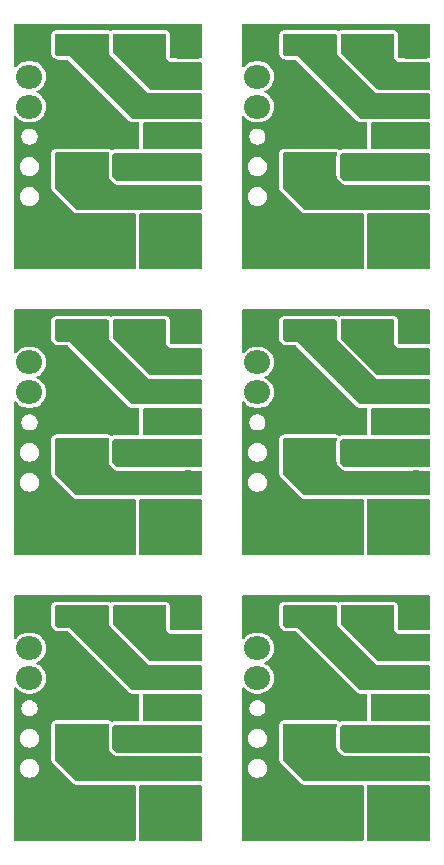
<source format=gbr>
%TF.GenerationSoftware,KiCad,Pcbnew,8.0.4*%
%TF.CreationDate,2024-09-15T22:50:30-03:00*%
%TF.ProjectId,panelized_TA65,70616e65-6c69-47a6-9564-5f544136352e,rev?*%
%TF.SameCoordinates,Original*%
%TF.FileFunction,Copper,L2,Bot*%
%TF.FilePolarity,Positive*%
%FSLAX46Y46*%
G04 Gerber Fmt 4.6, Leading zero omitted, Abs format (unit mm)*
G04 Created by KiCad (PCBNEW 8.0.4) date 2024-09-15 22:50:30*
%MOMM*%
%LPD*%
G01*
G04 APERTURE LIST*
G04 Aperture macros list*
%AMRoundRect*
0 Rectangle with rounded corners*
0 $1 Rounding radius*
0 $2 $3 $4 $5 $6 $7 $8 $9 X,Y pos of 4 corners*
0 Add a 4 corners polygon primitive as box body*
4,1,4,$2,$3,$4,$5,$6,$7,$8,$9,$2,$3,0*
0 Add four circle primitives for the rounded corners*
1,1,$1+$1,$2,$3*
1,1,$1+$1,$4,$5*
1,1,$1+$1,$6,$7*
1,1,$1+$1,$8,$9*
0 Add four rect primitives between the rounded corners*
20,1,$1+$1,$2,$3,$4,$5,0*
20,1,$1+$1,$4,$5,$6,$7,0*
20,1,$1+$1,$6,$7,$8,$9,0*
20,1,$1+$1,$8,$9,$2,$3,0*%
G04 Aperture macros list end*
%TA.AperFunction,SMDPad,CuDef*%
%ADD10RoundRect,0.250000X0.475000X-0.250000X0.475000X0.250000X-0.475000X0.250000X-0.475000X-0.250000X0*%
%TD*%
%TA.AperFunction,ComponentPad*%
%ADD11RoundRect,0.250000X0.850000X0.750000X-0.850000X0.750000X-0.850000X-0.750000X0.850000X-0.750000X0*%
%TD*%
%TA.AperFunction,ComponentPad*%
%ADD12O,2.200000X2.000000*%
%TD*%
%TA.AperFunction,ViaPad*%
%ADD13C,0.600000*%
%TD*%
G04 APERTURE END LIST*
D10*
%TO.P,C2,1*%
%TO.N,Board_0-/OUT_A2*%
X142750000Y-47650500D03*
%TO.P,C2,2*%
%TO.N,Board_0-/OUT_A1*%
X142750000Y-45750500D03*
%TD*%
D11*
%TO.P,J2,1,Pin_1*%
%TO.N,Board_5-GND*%
X164900000Y-83550500D03*
D12*
%TO.P,J2,2,Pin_2*%
%TO.N,Board_5-/OUT_B1*%
X164900000Y-86090500D03*
%TO.P,J2,3,Pin_3*%
%TO.N,Board_5-/OUT_B2*%
X164900000Y-88630500D03*
%TO.P,J2,4,Pin_4*%
%TO.N,Board_5-/VM*%
X164900000Y-91170500D03*
%TO.P,J2,5,Pin_5*%
%TO.N,Board_5-/OUT_A1*%
X164900000Y-93710500D03*
%TO.P,J2,6,Pin_6*%
%TO.N,Board_5-/OUT_A2*%
X164900000Y-96250500D03*
%TO.P,J2,7,Pin_7*%
%TO.N,Board_5-/VM*%
X164900000Y-98790500D03*
%TD*%
D11*
%TO.P,J1,1,Pin_1*%
%TO.N,Board_0-GND*%
X132200000Y-35150500D03*
D12*
%TO.P,J1,2,Pin_2*%
%TO.N,Board_0-/IN_B2*%
X132200000Y-37690500D03*
%TO.P,J1,3,Pin_3*%
%TO.N,Board_0-/IN_B1*%
X132200000Y-40230500D03*
%TO.P,J1,7,Pin_7*%
%TO.N,Board_0-GND*%
X132200000Y-50390500D03*
%TD*%
D10*
%TO.P,C1,1*%
%TO.N,Board_3-/OUT_B2*%
X162050000Y-64100500D03*
%TO.P,C1,2*%
%TO.N,Board_3-/OUT_B1*%
X162050000Y-62200500D03*
%TD*%
D11*
%TO.P,J2,1,Pin_1*%
%TO.N,Board_3-GND*%
X164900000Y-59350500D03*
D12*
%TO.P,J2,2,Pin_2*%
%TO.N,Board_3-/OUT_B1*%
X164900000Y-61890500D03*
%TO.P,J2,3,Pin_3*%
%TO.N,Board_3-/OUT_B2*%
X164900000Y-64430500D03*
%TO.P,J2,4,Pin_4*%
%TO.N,Board_3-/VM*%
X164900000Y-66970500D03*
%TO.P,J2,5,Pin_5*%
%TO.N,Board_3-/OUT_A1*%
X164900000Y-69510500D03*
%TO.P,J2,6,Pin_6*%
%TO.N,Board_3-/OUT_A2*%
X164900000Y-72050500D03*
%TO.P,J2,7,Pin_7*%
%TO.N,Board_3-/VM*%
X164900000Y-74590500D03*
%TD*%
D10*
%TO.P,C2,1*%
%TO.N,Board_3-/OUT_A2*%
X162050000Y-71850500D03*
%TO.P,C2,2*%
%TO.N,Board_3-/OUT_A1*%
X162050000Y-69950500D03*
%TD*%
D11*
%TO.P,J2,1,Pin_1*%
%TO.N,Board_1-GND*%
X164900000Y-35150500D03*
D12*
%TO.P,J2,2,Pin_2*%
%TO.N,Board_1-/OUT_B1*%
X164900000Y-37690500D03*
%TO.P,J2,3,Pin_3*%
%TO.N,Board_1-/OUT_B2*%
X164900000Y-40230500D03*
%TO.P,J2,4,Pin_4*%
%TO.N,Board_1-/VM*%
X164900000Y-42770500D03*
%TO.P,J2,5,Pin_5*%
%TO.N,Board_1-/OUT_A1*%
X164900000Y-45310500D03*
%TO.P,J2,6,Pin_6*%
%TO.N,Board_1-/OUT_A2*%
X164900000Y-47850500D03*
%TO.P,J2,7,Pin_7*%
%TO.N,Board_1-/VM*%
X164900000Y-50390500D03*
%TD*%
D11*
%TO.P,J2,1,Pin_1*%
%TO.N,Board_4-GND*%
X145600000Y-83550500D03*
D12*
%TO.P,J2,2,Pin_2*%
%TO.N,Board_4-/OUT_B1*%
X145600000Y-86090500D03*
%TO.P,J2,3,Pin_3*%
%TO.N,Board_4-/OUT_B2*%
X145600000Y-88630500D03*
%TO.P,J2,4,Pin_4*%
%TO.N,Board_4-/VM*%
X145600000Y-91170500D03*
%TO.P,J2,5,Pin_5*%
%TO.N,Board_4-/OUT_A1*%
X145600000Y-93710500D03*
%TO.P,J2,6,Pin_6*%
%TO.N,Board_4-/OUT_A2*%
X145600000Y-96250500D03*
%TO.P,J2,7,Pin_7*%
%TO.N,Board_4-/VM*%
X145600000Y-98790500D03*
%TD*%
D10*
%TO.P,C2,1*%
%TO.N,Board_5-/OUT_A2*%
X162050000Y-96050500D03*
%TO.P,C2,2*%
%TO.N,Board_5-/OUT_A1*%
X162050000Y-94150500D03*
%TD*%
%TO.P,C2,1*%
%TO.N,Board_1-/OUT_A2*%
X162050000Y-47650500D03*
%TO.P,C2,2*%
%TO.N,Board_1-/OUT_A1*%
X162050000Y-45750500D03*
%TD*%
D11*
%TO.P,J1,1,Pin_1*%
%TO.N,Board_2-GND*%
X132200000Y-59350500D03*
D12*
%TO.P,J1,2,Pin_2*%
%TO.N,Board_2-/IN_B2*%
X132200000Y-61890500D03*
%TO.P,J1,3,Pin_3*%
%TO.N,Board_2-/IN_B1*%
X132200000Y-64430500D03*
%TO.P,J1,7,Pin_7*%
%TO.N,Board_2-GND*%
X132200000Y-74590500D03*
%TD*%
D10*
%TO.P,C1,1*%
%TO.N,Board_0-/OUT_B2*%
X142750000Y-39900500D03*
%TO.P,C1,2*%
%TO.N,Board_0-/OUT_B1*%
X142750000Y-38000500D03*
%TD*%
%TO.P,C2,1*%
%TO.N,Board_4-/OUT_A2*%
X142750000Y-96050500D03*
%TO.P,C2,2*%
%TO.N,Board_4-/OUT_A1*%
X142750000Y-94150500D03*
%TD*%
D11*
%TO.P,J2,1,Pin_1*%
%TO.N,Board_2-GND*%
X145600000Y-59350500D03*
D12*
%TO.P,J2,2,Pin_2*%
%TO.N,Board_2-/OUT_B1*%
X145600000Y-61890500D03*
%TO.P,J2,3,Pin_3*%
%TO.N,Board_2-/OUT_B2*%
X145600000Y-64430500D03*
%TO.P,J2,4,Pin_4*%
%TO.N,Board_2-/VM*%
X145600000Y-66970500D03*
%TO.P,J2,5,Pin_5*%
%TO.N,Board_2-/OUT_A1*%
X145600000Y-69510500D03*
%TO.P,J2,6,Pin_6*%
%TO.N,Board_2-/OUT_A2*%
X145600000Y-72050500D03*
%TO.P,J2,7,Pin_7*%
%TO.N,Board_2-/VM*%
X145600000Y-74590500D03*
%TD*%
D11*
%TO.P,J1,1,Pin_1*%
%TO.N,Board_4-GND*%
X132200000Y-83550500D03*
D12*
%TO.P,J1,2,Pin_2*%
%TO.N,Board_4-/IN_B2*%
X132200000Y-86090500D03*
%TO.P,J1,3,Pin_3*%
%TO.N,Board_4-/IN_B1*%
X132200000Y-88630500D03*
%TO.P,J1,7,Pin_7*%
%TO.N,Board_4-GND*%
X132200000Y-98790500D03*
%TD*%
D11*
%TO.P,J1,1,Pin_1*%
%TO.N,Board_3-GND*%
X151500000Y-59350500D03*
D12*
%TO.P,J1,2,Pin_2*%
%TO.N,Board_3-/IN_B2*%
X151500000Y-61890500D03*
%TO.P,J1,3,Pin_3*%
%TO.N,Board_3-/IN_B1*%
X151500000Y-64430500D03*
%TO.P,J1,7,Pin_7*%
%TO.N,Board_3-GND*%
X151500000Y-74590500D03*
%TD*%
D11*
%TO.P,J1,1,Pin_1*%
%TO.N,Board_1-GND*%
X151500000Y-35150500D03*
D12*
%TO.P,J1,2,Pin_2*%
%TO.N,Board_1-/IN_B2*%
X151500000Y-37690500D03*
%TO.P,J1,3,Pin_3*%
%TO.N,Board_1-/IN_B1*%
X151500000Y-40230500D03*
%TO.P,J1,7,Pin_7*%
%TO.N,Board_1-GND*%
X151500000Y-50390500D03*
%TD*%
D10*
%TO.P,C1,1*%
%TO.N,Board_4-/OUT_B2*%
X142750000Y-88300500D03*
%TO.P,C1,2*%
%TO.N,Board_4-/OUT_B1*%
X142750000Y-86400500D03*
%TD*%
D11*
%TO.P,J1,1,Pin_1*%
%TO.N,Board_5-GND*%
X151500000Y-83550500D03*
D12*
%TO.P,J1,2,Pin_2*%
%TO.N,Board_5-/IN_B2*%
X151500000Y-86090500D03*
%TO.P,J1,3,Pin_3*%
%TO.N,Board_5-/IN_B1*%
X151500000Y-88630500D03*
%TO.P,J1,7,Pin_7*%
%TO.N,Board_5-GND*%
X151500000Y-98790500D03*
%TD*%
D11*
%TO.P,J2,1,Pin_1*%
%TO.N,Board_0-GND*%
X145600000Y-35150500D03*
D12*
%TO.P,J2,2,Pin_2*%
%TO.N,Board_0-/OUT_B1*%
X145600000Y-37690500D03*
%TO.P,J2,3,Pin_3*%
%TO.N,Board_0-/OUT_B2*%
X145600000Y-40230500D03*
%TO.P,J2,4,Pin_4*%
%TO.N,Board_0-/VM*%
X145600000Y-42770500D03*
%TO.P,J2,5,Pin_5*%
%TO.N,Board_0-/OUT_A1*%
X145600000Y-45310500D03*
%TO.P,J2,6,Pin_6*%
%TO.N,Board_0-/OUT_A2*%
X145600000Y-47850500D03*
%TO.P,J2,7,Pin_7*%
%TO.N,Board_0-/VM*%
X145600000Y-50390500D03*
%TD*%
D10*
%TO.P,C2,1*%
%TO.N,Board_2-/OUT_A2*%
X142750000Y-71850500D03*
%TO.P,C2,2*%
%TO.N,Board_2-/OUT_A1*%
X142750000Y-69950500D03*
%TD*%
%TO.P,C1,1*%
%TO.N,Board_1-/OUT_B2*%
X162050000Y-39900500D03*
%TO.P,C1,2*%
%TO.N,Board_1-/OUT_B1*%
X162050000Y-38000500D03*
%TD*%
%TO.P,C1,1*%
%TO.N,Board_2-/OUT_B2*%
X142750000Y-64100500D03*
%TO.P,C1,2*%
%TO.N,Board_2-/OUT_B1*%
X142750000Y-62200500D03*
%TD*%
%TO.P,C1,1*%
%TO.N,Board_5-/OUT_B2*%
X162050000Y-88300500D03*
%TO.P,C1,2*%
%TO.N,Board_5-/OUT_B1*%
X162050000Y-86400500D03*
%TD*%
D13*
%TO.N,Board_0-/OUT_A1*%
X142800000Y-45250500D03*
X141525000Y-45250500D03*
X140250000Y-45250500D03*
%TO.N,Board_0-/OUT_A2*%
X143750000Y-47800500D03*
X135150000Y-45250500D03*
X137700000Y-46700500D03*
X136800000Y-47800500D03*
X137700000Y-45250500D03*
X135150000Y-46700500D03*
X141800000Y-47800500D03*
X136425000Y-45250500D03*
X139550000Y-47800500D03*
%TO.N,Board_0-/OUT_B1*%
X142800000Y-34950500D03*
X141525000Y-34950500D03*
X140250000Y-34950500D03*
X142000000Y-36450500D03*
X143150000Y-37550500D03*
%TO.N,Board_0-/OUT_B2*%
X136425000Y-34950500D03*
X135150000Y-34950500D03*
X140700000Y-39350500D03*
X137800000Y-36500500D03*
X139650000Y-38300500D03*
X138700000Y-37400500D03*
X137700000Y-34950500D03*
X143100000Y-40200500D03*
X141700000Y-40150500D03*
%TO.N,Board_0-/VM*%
X142050000Y-49900500D03*
X145950000Y-52250500D03*
X144000000Y-49900500D03*
X144050000Y-42550500D03*
X142800000Y-52870500D03*
X144000000Y-52250500D03*
X142800000Y-42550500D03*
X144000000Y-53550500D03*
X142050000Y-51200500D03*
X145950000Y-53550500D03*
X144000000Y-51200500D03*
%TO.N,Board_0-GND*%
X133550000Y-53300500D03*
X140250000Y-51200500D03*
X131550000Y-53300500D03*
X138250000Y-40100500D03*
X137150000Y-40900500D03*
X131550000Y-52300500D03*
X132550000Y-52300500D03*
X133850000Y-36550500D03*
X136150000Y-40100500D03*
X135350000Y-37250500D03*
X139250000Y-40900500D03*
X140260000Y-52870500D03*
X135100000Y-39050500D03*
X133550000Y-52300500D03*
X138300000Y-49900500D03*
X137200000Y-39050500D03*
X134150000Y-38150500D03*
X140260000Y-42550500D03*
X138300000Y-51200500D03*
X136250000Y-38150500D03*
X132550000Y-53300500D03*
X140250000Y-49900500D03*
%TO.N,Board_1-/OUT_A1*%
X162100000Y-45250500D03*
X160825000Y-45250500D03*
X159550000Y-45250500D03*
%TO.N,Board_1-/OUT_A2*%
X163050000Y-47800500D03*
X158850000Y-47800500D03*
X154450000Y-46700500D03*
X157000000Y-45250500D03*
X161100000Y-47800500D03*
X157000000Y-46700500D03*
X154450000Y-45250500D03*
X156100000Y-47800500D03*
X155725000Y-45250500D03*
%TO.N,Board_1-/OUT_B1*%
X159550000Y-34950500D03*
X162450000Y-37550500D03*
X160825000Y-34950500D03*
X162100000Y-34950500D03*
X161300000Y-36450500D03*
%TO.N,Board_1-/OUT_B2*%
X154450000Y-34950500D03*
X158950000Y-38300500D03*
X162400000Y-40200500D03*
X155725000Y-34950500D03*
X158000000Y-37400500D03*
X157100000Y-36500500D03*
X161000000Y-40150500D03*
X160000000Y-39350500D03*
X157000000Y-34950500D03*
%TO.N,Board_1-/VM*%
X161350000Y-51200500D03*
X165250000Y-53550500D03*
X162100000Y-42550500D03*
X162100000Y-52870500D03*
X163350000Y-42550500D03*
X161350000Y-49900500D03*
X163300000Y-53550500D03*
X163300000Y-51200500D03*
X165250000Y-52250500D03*
X163300000Y-49900500D03*
X163300000Y-52250500D03*
%TO.N,Board_1-GND*%
X157600000Y-49900500D03*
X156500000Y-39050500D03*
X159560000Y-42550500D03*
X151850000Y-52300500D03*
X158550000Y-40900500D03*
X156450000Y-40900500D03*
X154400000Y-39050500D03*
X152850000Y-52300500D03*
X150850000Y-53300500D03*
X154650000Y-37250500D03*
X153450000Y-38150500D03*
X152850000Y-53300500D03*
X150850000Y-52300500D03*
X155550000Y-38150500D03*
X159560000Y-52870500D03*
X157550000Y-40100500D03*
X153150000Y-36550500D03*
X159550000Y-51200500D03*
X155450000Y-40100500D03*
X151850000Y-53300500D03*
X159550000Y-49900500D03*
X157600000Y-51200500D03*
%TO.N,Board_2-/OUT_A1*%
X142800000Y-69450500D03*
X140250000Y-69450500D03*
X141525000Y-69450500D03*
%TO.N,Board_2-/OUT_A2*%
X143750000Y-72000500D03*
X139550000Y-72000500D03*
X141800000Y-72000500D03*
X135150000Y-70900500D03*
X136425000Y-69450500D03*
X135150000Y-69450500D03*
X137700000Y-69450500D03*
X136800000Y-72000500D03*
X137700000Y-70900500D03*
%TO.N,Board_2-/OUT_B1*%
X142800000Y-59150500D03*
X141525000Y-59150500D03*
X143150000Y-61750500D03*
X142000000Y-60650500D03*
X140250000Y-59150500D03*
%TO.N,Board_2-/OUT_B2*%
X139650000Y-62500500D03*
X140700000Y-63550500D03*
X143100000Y-64400500D03*
X138700000Y-61600500D03*
X136425000Y-59150500D03*
X137700000Y-59150500D03*
X141700000Y-64350500D03*
X137800000Y-60700500D03*
X135150000Y-59150500D03*
%TO.N,Board_2-/VM*%
X144000000Y-75400500D03*
X145950000Y-77750500D03*
X142800000Y-77070500D03*
X144000000Y-77750500D03*
X142050000Y-74100500D03*
X145950000Y-76450500D03*
X144000000Y-74100500D03*
X142050000Y-75400500D03*
X142800000Y-66750500D03*
X144000000Y-76450500D03*
X144050000Y-66750500D03*
%TO.N,Board_2-GND*%
X131550000Y-76500500D03*
X137200000Y-63250500D03*
X137150000Y-65100500D03*
X135350000Y-61450500D03*
X140260000Y-66750500D03*
X140260000Y-77070500D03*
X132550000Y-76500500D03*
X131550000Y-77500500D03*
X135100000Y-63250500D03*
X140250000Y-75400500D03*
X132550000Y-77500500D03*
X139250000Y-65100500D03*
X133850000Y-60750500D03*
X138250000Y-64300500D03*
X134150000Y-62350500D03*
X140250000Y-74100500D03*
X136150000Y-64300500D03*
X138300000Y-74100500D03*
X133550000Y-76500500D03*
X138300000Y-75400500D03*
X133550000Y-77500500D03*
X136250000Y-62350500D03*
%TO.N,Board_3-/OUT_A1*%
X162100000Y-69450500D03*
X160825000Y-69450500D03*
X159550000Y-69450500D03*
%TO.N,Board_3-/OUT_A2*%
X158850000Y-72000500D03*
X154450000Y-69450500D03*
X161100000Y-72000500D03*
X154450000Y-70900500D03*
X157000000Y-70900500D03*
X156100000Y-72000500D03*
X163050000Y-72000500D03*
X157000000Y-69450500D03*
X155725000Y-69450500D03*
%TO.N,Board_3-/OUT_B1*%
X159550000Y-59150500D03*
X161300000Y-60650500D03*
X162450000Y-61750500D03*
X160825000Y-59150500D03*
X162100000Y-59150500D03*
%TO.N,Board_3-/OUT_B2*%
X154450000Y-59150500D03*
X157000000Y-59150500D03*
X161000000Y-64350500D03*
X158950000Y-62500500D03*
X162400000Y-64400500D03*
X155725000Y-59150500D03*
X160000000Y-63550500D03*
X158000000Y-61600500D03*
X157100000Y-60700500D03*
%TO.N,Board_3-/VM*%
X163300000Y-75400500D03*
X163300000Y-77750500D03*
X163300000Y-76450500D03*
X161350000Y-75400500D03*
X165250000Y-76450500D03*
X162100000Y-77070500D03*
X162100000Y-66750500D03*
X163350000Y-66750500D03*
X161350000Y-74100500D03*
X165250000Y-77750500D03*
X163300000Y-74100500D03*
%TO.N,Board_3-GND*%
X159560000Y-66750500D03*
X151850000Y-76500500D03*
X156500000Y-63250500D03*
X158550000Y-65100500D03*
X153150000Y-60750500D03*
X154650000Y-61450500D03*
X156450000Y-65100500D03*
X159550000Y-75400500D03*
X157550000Y-64300500D03*
X155450000Y-64300500D03*
X152850000Y-77500500D03*
X157600000Y-74100500D03*
X159550000Y-74100500D03*
X155550000Y-62350500D03*
X154400000Y-63250500D03*
X152850000Y-76500500D03*
X150850000Y-77500500D03*
X150850000Y-76500500D03*
X159560000Y-77070500D03*
X157600000Y-75400500D03*
X151850000Y-77500500D03*
X153450000Y-62350500D03*
%TO.N,Board_4-/OUT_A1*%
X140250000Y-93650500D03*
X141525000Y-93650500D03*
X142800000Y-93650500D03*
%TO.N,Board_4-/OUT_A2*%
X139550000Y-96200500D03*
X137700000Y-93650500D03*
X135150000Y-93650500D03*
X143750000Y-96200500D03*
X137700000Y-95100500D03*
X136800000Y-96200500D03*
X135150000Y-95100500D03*
X136425000Y-93650500D03*
X141800000Y-96200500D03*
%TO.N,Board_4-/OUT_B1*%
X142000000Y-84850500D03*
X143150000Y-85950500D03*
X142800000Y-83350500D03*
X141525000Y-83350500D03*
X140250000Y-83350500D03*
%TO.N,Board_4-/OUT_B2*%
X138700000Y-85800500D03*
X140700000Y-87750500D03*
X137800000Y-84900500D03*
X136425000Y-83350500D03*
X141700000Y-88550500D03*
X135150000Y-83350500D03*
X139650000Y-86700500D03*
X143100000Y-88600500D03*
X137700000Y-83350500D03*
%TO.N,Board_4-/VM*%
X142050000Y-99600500D03*
X145950000Y-101950500D03*
X144000000Y-98300500D03*
X142800000Y-90950500D03*
X144000000Y-100650500D03*
X144000000Y-101950500D03*
X144050000Y-90950500D03*
X144000000Y-99600500D03*
X142050000Y-98300500D03*
X145950000Y-100650500D03*
X142800000Y-101270500D03*
%TO.N,Board_4-GND*%
X138300000Y-98300500D03*
X133550000Y-100700500D03*
X138250000Y-88500500D03*
X135100000Y-87450500D03*
X133850000Y-84950500D03*
X133550000Y-101700500D03*
X131550000Y-101700500D03*
X136250000Y-86550500D03*
X137200000Y-87450500D03*
X137150000Y-89300500D03*
X140260000Y-101270500D03*
X140250000Y-98300500D03*
X134150000Y-86550500D03*
X131550000Y-100700500D03*
X139250000Y-89300500D03*
X135350000Y-85650500D03*
X138300000Y-99600500D03*
X132550000Y-101700500D03*
X140250000Y-99600500D03*
X132550000Y-100700500D03*
X140260000Y-90950500D03*
X136150000Y-88500500D03*
%TO.N,Board_5-/OUT_A1*%
X162100000Y-93650500D03*
X160825000Y-93650500D03*
X159550000Y-93650500D03*
%TO.N,Board_5-/OUT_A2*%
X154450000Y-93650500D03*
X154450000Y-95100500D03*
X155725000Y-93650500D03*
X163050000Y-96200500D03*
X157000000Y-93650500D03*
X156100000Y-96200500D03*
X157000000Y-95100500D03*
X158850000Y-96200500D03*
X161100000Y-96200500D03*
%TO.N,Board_5-/OUT_B1*%
X162100000Y-83350500D03*
X162450000Y-85950500D03*
X160825000Y-83350500D03*
X161300000Y-84850500D03*
X159550000Y-83350500D03*
%TO.N,Board_5-/OUT_B2*%
X162400000Y-88600500D03*
X157000000Y-83350500D03*
X160000000Y-87750500D03*
X157100000Y-84900500D03*
X155725000Y-83350500D03*
X154450000Y-83350500D03*
X158950000Y-86700500D03*
X161000000Y-88550500D03*
X158000000Y-85800500D03*
%TO.N,Board_5-/VM*%
X162100000Y-101270500D03*
X162100000Y-90950500D03*
X165250000Y-101950500D03*
X165250000Y-100650500D03*
X163300000Y-99600500D03*
X163300000Y-101950500D03*
X161350000Y-98300500D03*
X161350000Y-99600500D03*
X163350000Y-90950500D03*
X163300000Y-98300500D03*
X163300000Y-100650500D03*
%TO.N,Board_5-GND*%
X155450000Y-88500500D03*
X152850000Y-101700500D03*
X150850000Y-101700500D03*
X154400000Y-87450500D03*
X156500000Y-87450500D03*
X159560000Y-101270500D03*
X155550000Y-86550500D03*
X159550000Y-98300500D03*
X150850000Y-100700500D03*
X153450000Y-86550500D03*
X157550000Y-88500500D03*
X152850000Y-100700500D03*
X151850000Y-100700500D03*
X154650000Y-85650500D03*
X151850000Y-101700500D03*
X157600000Y-98300500D03*
X158550000Y-89300500D03*
X159550000Y-99600500D03*
X159560000Y-90950500D03*
X156450000Y-89300500D03*
X157600000Y-99600500D03*
X153150000Y-84950500D03*
%TD*%
%TA.AperFunction,Conductor*%
%TO.N,Board_3-/VM*%
G36*
X166058691Y-73474907D02*
G01*
X166094655Y-73524407D01*
X166099500Y-73555000D01*
X166099500Y-78101000D01*
X166080593Y-78159191D01*
X166031093Y-78195155D01*
X166000500Y-78200000D01*
X160899000Y-78200000D01*
X160840809Y-78181093D01*
X160804845Y-78131593D01*
X160800000Y-78101000D01*
X160800000Y-73555000D01*
X160818907Y-73496809D01*
X160868407Y-73460845D01*
X160899000Y-73456000D01*
X166000500Y-73456000D01*
X166058691Y-73474907D01*
G37*
%TD.AperFunction*%
%TD*%
%TA.AperFunction,Conductor*%
%TO.N,Board_2-/VM*%
G36*
X146758691Y-65774907D02*
G01*
X146794655Y-65824407D01*
X146799500Y-65855000D01*
X146799500Y-67946000D01*
X146780593Y-68004191D01*
X146731093Y-68040155D01*
X146700500Y-68045000D01*
X141899000Y-68045000D01*
X141840809Y-68026093D01*
X141804845Y-67976593D01*
X141800000Y-67946000D01*
X141800000Y-65855000D01*
X141818907Y-65796809D01*
X141868407Y-65760845D01*
X141899000Y-65756000D01*
X146700500Y-65756000D01*
X146758691Y-65774907D01*
G37*
%TD.AperFunction*%
%TD*%
%TA.AperFunction,Conductor*%
%TO.N,Board_2-/OUT_B1*%
G36*
X143759191Y-58269407D02*
G01*
X143795155Y-58318907D01*
X143800000Y-58349500D01*
X143800000Y-60350500D01*
X144100000Y-60650500D01*
X144696809Y-60650500D01*
X144703933Y-60650926D01*
X144703940Y-60650823D01*
X144706895Y-60650999D01*
X144706898Y-60651000D01*
X144706901Y-60651000D01*
X146493099Y-60651000D01*
X146493102Y-60651000D01*
X146493104Y-60650999D01*
X146496060Y-60650823D01*
X146496066Y-60650926D01*
X146503191Y-60650500D01*
X146700500Y-60650500D01*
X146758691Y-60669407D01*
X146794655Y-60718907D01*
X146799500Y-60749500D01*
X146799500Y-62896000D01*
X146780593Y-62954191D01*
X146731093Y-62990155D01*
X146700500Y-62995000D01*
X142435508Y-62995000D01*
X142377317Y-62976093D01*
X142365504Y-62966004D01*
X139278996Y-59879496D01*
X139251219Y-59824979D01*
X139250000Y-59809492D01*
X139250000Y-58349500D01*
X139268907Y-58291309D01*
X139318407Y-58255345D01*
X139349000Y-58250500D01*
X143701000Y-58250500D01*
X143759191Y-58269407D01*
G37*
%TD.AperFunction*%
%TD*%
%TA.AperFunction,Conductor*%
%TO.N,Board_3-/OUT_A2*%
G36*
X158195734Y-68319407D02*
G01*
X158231698Y-68368907D01*
X158231698Y-68430093D01*
X158228474Y-68438648D01*
X158228357Y-68438919D01*
X158209451Y-68497103D01*
X158194500Y-68591504D01*
X158194500Y-70309481D01*
X158195442Y-70333469D01*
X158196664Y-70348994D01*
X158197294Y-70355972D01*
X158229015Y-70463670D01*
X158256792Y-70518187D01*
X158282662Y-70553794D01*
X158312970Y-70595511D01*
X158312972Y-70595513D01*
X158312975Y-70595517D01*
X158654983Y-70937525D01*
X158672601Y-70953811D01*
X158684414Y-70963900D01*
X158689831Y-70968419D01*
X158689837Y-70968422D01*
X158689842Y-70968426D01*
X158788409Y-71022139D01*
X158788411Y-71022140D01*
X158846604Y-71041048D01*
X158846601Y-71041048D01*
X158941005Y-71056000D01*
X158941008Y-71056000D01*
X164687396Y-71056000D01*
X164687401Y-71056000D01*
X164699395Y-71055764D01*
X164704180Y-71055576D01*
X164708066Y-71055500D01*
X165091934Y-71055500D01*
X165095820Y-71055576D01*
X165100605Y-71055764D01*
X165112599Y-71056000D01*
X165112604Y-71056000D01*
X166000500Y-71056000D01*
X166058691Y-71074907D01*
X166094655Y-71124407D01*
X166099500Y-71155000D01*
X166099500Y-73051500D01*
X166080593Y-73109691D01*
X166031093Y-73145655D01*
X166000500Y-73150500D01*
X155491008Y-73150500D01*
X155432817Y-73131593D01*
X155421004Y-73121504D01*
X153678996Y-71379496D01*
X153651219Y-71324979D01*
X153650000Y-71309492D01*
X153650000Y-68399500D01*
X153668907Y-68341309D01*
X153718407Y-68305345D01*
X153749000Y-68300500D01*
X158137543Y-68300500D01*
X158195734Y-68319407D01*
G37*
%TD.AperFunction*%
%TD*%
%TA.AperFunction,Conductor*%
%TO.N,Board_2-GND*%
G36*
X146758691Y-57419907D02*
G01*
X146794655Y-57469407D01*
X146799500Y-57500000D01*
X146799500Y-60246000D01*
X146780593Y-60304191D01*
X146731093Y-60340155D01*
X146700500Y-60345000D01*
X146503191Y-60345000D01*
X146488127Y-60345450D01*
X146487935Y-60345456D01*
X146484978Y-60345500D01*
X144715023Y-60345500D01*
X144712067Y-60345456D01*
X144696809Y-60345000D01*
X144696804Y-60345000D01*
X144267550Y-60345000D01*
X144209359Y-60326093D01*
X144197546Y-60316004D01*
X144134496Y-60252954D01*
X144106719Y-60198437D01*
X144105500Y-60182950D01*
X144105500Y-58349506D01*
X144105500Y-58349500D01*
X144101739Y-58301714D01*
X144096894Y-58271121D01*
X144090487Y-58240746D01*
X144042309Y-58139338D01*
X144042304Y-58139331D01*
X144006348Y-58089842D01*
X144006347Y-58089841D01*
X144006345Y-58089838D01*
X143952177Y-58032581D01*
X143952176Y-58032580D01*
X143952175Y-58032579D01*
X143853598Y-57978860D01*
X143853596Y-57978859D01*
X143795403Y-57959951D01*
X143795406Y-57959951D01*
X143701003Y-57945000D01*
X143701000Y-57945000D01*
X139349000Y-57945000D01*
X139301214Y-57948761D01*
X139284800Y-57951360D01*
X139270619Y-57953606D01*
X139270614Y-57953606D01*
X139240247Y-57960012D01*
X139240242Y-57960014D01*
X139138841Y-58008189D01*
X139138829Y-58008196D01*
X139133130Y-58012337D01*
X139074939Y-58031242D01*
X139027571Y-58019172D01*
X138997013Y-58002520D01*
X138953595Y-57978859D01*
X138895403Y-57959951D01*
X138895406Y-57959951D01*
X138801003Y-57945000D01*
X138801000Y-57945000D01*
X134449000Y-57945000D01*
X134401214Y-57948761D01*
X134384800Y-57951360D01*
X134370619Y-57953606D01*
X134370614Y-57953606D01*
X134340247Y-57960012D01*
X134340242Y-57960014D01*
X134238841Y-58008189D01*
X134238831Y-58008195D01*
X134189342Y-58044151D01*
X134132079Y-58098324D01*
X134078360Y-58196901D01*
X134078359Y-58196903D01*
X134059451Y-58255095D01*
X134044500Y-58349496D01*
X134044500Y-59909481D01*
X134045442Y-59933469D01*
X134046664Y-59948994D01*
X134047294Y-59955972D01*
X134079015Y-60063670D01*
X134106792Y-60118187D01*
X134132662Y-60153794D01*
X134162970Y-60195511D01*
X134162972Y-60195513D01*
X134162975Y-60195517D01*
X134304983Y-60337525D01*
X134322601Y-60353811D01*
X134334414Y-60363900D01*
X134339831Y-60368419D01*
X134339837Y-60368422D01*
X134339842Y-60368426D01*
X134438409Y-60422139D01*
X134438411Y-60422140D01*
X134496604Y-60441048D01*
X134496601Y-60441048D01*
X134591005Y-60456000D01*
X134591008Y-60456000D01*
X135432450Y-60456000D01*
X135490641Y-60474907D01*
X135502454Y-60484996D01*
X140654983Y-65637525D01*
X140672601Y-65653811D01*
X140684414Y-65663900D01*
X140689831Y-65668419D01*
X140689837Y-65668422D01*
X140689842Y-65668426D01*
X140788409Y-65722139D01*
X140788411Y-65722140D01*
X140846604Y-65741048D01*
X140846601Y-65741048D01*
X140941005Y-65756000D01*
X140941008Y-65756000D01*
X141395500Y-65756000D01*
X141453691Y-65774907D01*
X141489655Y-65824407D01*
X141494500Y-65855000D01*
X141494500Y-67946000D01*
X141475593Y-68004191D01*
X141426093Y-68040155D01*
X141395500Y-68045000D01*
X139441008Y-68045000D01*
X139426025Y-68045588D01*
X139417030Y-68045942D01*
X139401505Y-68047164D01*
X139394527Y-68047794D01*
X139286829Y-68079515D01*
X139232310Y-68107293D01*
X139231405Y-68107951D01*
X139231047Y-68108067D01*
X139228991Y-68109327D01*
X139228688Y-68108833D01*
X139173211Y-68126850D01*
X139115023Y-68107935D01*
X139101309Y-68095887D01*
X139088721Y-68082582D01*
X139088718Y-68082579D01*
X138990141Y-68028860D01*
X138990139Y-68028859D01*
X138931946Y-68009951D01*
X138931949Y-68009951D01*
X138837546Y-67995000D01*
X138837543Y-67995000D01*
X134449000Y-67995000D01*
X134401214Y-67998761D01*
X134384800Y-68001360D01*
X134370619Y-68003606D01*
X134370614Y-68003606D01*
X134340247Y-68010012D01*
X134340242Y-68010014D01*
X134238841Y-68058189D01*
X134238831Y-68058195D01*
X134189342Y-68094151D01*
X134132079Y-68148324D01*
X134078360Y-68246901D01*
X134078359Y-68246903D01*
X134059451Y-68305095D01*
X134044500Y-68399496D01*
X134044500Y-71309481D01*
X134045442Y-71333469D01*
X134046664Y-71348994D01*
X134047294Y-71355972D01*
X134068719Y-71428714D01*
X134079015Y-71463670D01*
X134106792Y-71518187D01*
X134122793Y-71540211D01*
X134162970Y-71595511D01*
X134162972Y-71595513D01*
X134162975Y-71595517D01*
X135904983Y-73337525D01*
X135922601Y-73353811D01*
X135934414Y-73363900D01*
X135939831Y-73368419D01*
X135939837Y-73368422D01*
X135939842Y-73368426D01*
X136038409Y-73422139D01*
X136038411Y-73422140D01*
X136096604Y-73441048D01*
X136096601Y-73441048D01*
X136191005Y-73456000D01*
X136191008Y-73456000D01*
X141095500Y-73456000D01*
X141153691Y-73474907D01*
X141189655Y-73524407D01*
X141194500Y-73555000D01*
X141194500Y-78101000D01*
X141175593Y-78159191D01*
X141126093Y-78195155D01*
X141095500Y-78200000D01*
X130999500Y-78200000D01*
X130941309Y-78181093D01*
X130905345Y-78131593D01*
X130900500Y-78101000D01*
X130900500Y-71971655D01*
X131399500Y-71971655D01*
X131399500Y-72129344D01*
X131430263Y-72283996D01*
X131430263Y-72283998D01*
X131490603Y-72429674D01*
X131490609Y-72429685D01*
X131543312Y-72508559D01*
X131578211Y-72560789D01*
X131689711Y-72672289D01*
X131767876Y-72724517D01*
X131820814Y-72759890D01*
X131820825Y-72759896D01*
X131874638Y-72782185D01*
X131966503Y-72820237D01*
X132121158Y-72851000D01*
X132121159Y-72851000D01*
X132278841Y-72851000D01*
X132278842Y-72851000D01*
X132433497Y-72820237D01*
X132579179Y-72759894D01*
X132710289Y-72672289D01*
X132821789Y-72560789D01*
X132909394Y-72429679D01*
X132969737Y-72283997D01*
X133000500Y-72129342D01*
X133000500Y-71971658D01*
X132969737Y-71817003D01*
X132909394Y-71671321D01*
X132909393Y-71671319D01*
X132909390Y-71671314D01*
X132858739Y-71595511D01*
X132821789Y-71540211D01*
X132710289Y-71428711D01*
X132658059Y-71393812D01*
X132579185Y-71341109D01*
X132579174Y-71341103D01*
X132433497Y-71280763D01*
X132278844Y-71250000D01*
X132278842Y-71250000D01*
X132121158Y-71250000D01*
X132121155Y-71250000D01*
X131966503Y-71280763D01*
X131966501Y-71280763D01*
X131820825Y-71341103D01*
X131820814Y-71341109D01*
X131689711Y-71428711D01*
X131689707Y-71428714D01*
X131578214Y-71540207D01*
X131578211Y-71540211D01*
X131490609Y-71671314D01*
X131490603Y-71671325D01*
X131430263Y-71817001D01*
X131430263Y-71817003D01*
X131399500Y-71971655D01*
X130900500Y-71971655D01*
X130900500Y-69431655D01*
X131399500Y-69431655D01*
X131399500Y-69589344D01*
X131430263Y-69743996D01*
X131430263Y-69743998D01*
X131490603Y-69889674D01*
X131490609Y-69889685D01*
X131543312Y-69968559D01*
X131578211Y-70020789D01*
X131689711Y-70132289D01*
X131767876Y-70184517D01*
X131820814Y-70219890D01*
X131820825Y-70219896D01*
X131874638Y-70242185D01*
X131966503Y-70280237D01*
X132121158Y-70311000D01*
X132121159Y-70311000D01*
X132278841Y-70311000D01*
X132278842Y-70311000D01*
X132433497Y-70280237D01*
X132579179Y-70219894D01*
X132710289Y-70132289D01*
X132821789Y-70020789D01*
X132909394Y-69889679D01*
X132969737Y-69743997D01*
X133000500Y-69589342D01*
X133000500Y-69431658D01*
X132969737Y-69277003D01*
X132909394Y-69131321D01*
X132909393Y-69131319D01*
X132909390Y-69131314D01*
X132874017Y-69078376D01*
X132821789Y-69000211D01*
X132710289Y-68888711D01*
X132658059Y-68853812D01*
X132579185Y-68801109D01*
X132579174Y-68801103D01*
X132433497Y-68740763D01*
X132278844Y-68710000D01*
X132278842Y-68710000D01*
X132121158Y-68710000D01*
X132121155Y-68710000D01*
X131966503Y-68740763D01*
X131966501Y-68740763D01*
X131820825Y-68801103D01*
X131820814Y-68801109D01*
X131689711Y-68888711D01*
X131689707Y-68888714D01*
X131578214Y-69000207D01*
X131578211Y-69000211D01*
X131490609Y-69131314D01*
X131490603Y-69131325D01*
X131430263Y-69277001D01*
X131430263Y-69277003D01*
X131399500Y-69431655D01*
X130900500Y-69431655D01*
X130900500Y-66903375D01*
X131518500Y-66903375D01*
X131518500Y-67037624D01*
X131544690Y-67169285D01*
X131544690Y-67169287D01*
X131596060Y-67293306D01*
X131596066Y-67293317D01*
X131640934Y-67360465D01*
X131670645Y-67404931D01*
X131765569Y-67499855D01*
X131832114Y-67544319D01*
X131877182Y-67574433D01*
X131877193Y-67574439D01*
X131923005Y-67593414D01*
X132001214Y-67625810D01*
X132132878Y-67652000D01*
X132132879Y-67652000D01*
X132267121Y-67652000D01*
X132267122Y-67652000D01*
X132398786Y-67625810D01*
X132522811Y-67574437D01*
X132634431Y-67499855D01*
X132729355Y-67404931D01*
X132803937Y-67293311D01*
X132855310Y-67169286D01*
X132881500Y-67037622D01*
X132881500Y-66903378D01*
X132855310Y-66771714D01*
X132803937Y-66647689D01*
X132803936Y-66647687D01*
X132803933Y-66647682D01*
X132773819Y-66602614D01*
X132729355Y-66536069D01*
X132634431Y-66441145D01*
X132589965Y-66411434D01*
X132522817Y-66366566D01*
X132522806Y-66366560D01*
X132398786Y-66315190D01*
X132267124Y-66289000D01*
X132267122Y-66289000D01*
X132132878Y-66289000D01*
X132132875Y-66289000D01*
X132001214Y-66315190D01*
X132001212Y-66315190D01*
X131877193Y-66366560D01*
X131877182Y-66366566D01*
X131765569Y-66441145D01*
X131765565Y-66441148D01*
X131670648Y-66536065D01*
X131670645Y-66536069D01*
X131596066Y-66647682D01*
X131596060Y-66647693D01*
X131544690Y-66771712D01*
X131544690Y-66771714D01*
X131518500Y-66903375D01*
X130900500Y-66903375D01*
X130900500Y-65296763D01*
X130919407Y-65238572D01*
X130968907Y-65202608D01*
X131030093Y-65202608D01*
X131079591Y-65238570D01*
X131079593Y-65238573D01*
X131108029Y-65277713D01*
X131108031Y-65277715D01*
X131108034Y-65277719D01*
X131252781Y-65422466D01*
X131252784Y-65422468D01*
X131252786Y-65422470D01*
X131418386Y-65542785D01*
X131418390Y-65542787D01*
X131600781Y-65635720D01*
X131795466Y-65698977D01*
X131795467Y-65698977D01*
X131795470Y-65698978D01*
X131997645Y-65731000D01*
X131997648Y-65731000D01*
X132402355Y-65731000D01*
X132604529Y-65698978D01*
X132604530Y-65698977D01*
X132604534Y-65698977D01*
X132799219Y-65635720D01*
X132981610Y-65542787D01*
X133147219Y-65422466D01*
X133291966Y-65277719D01*
X133412287Y-65112110D01*
X133505220Y-64929719D01*
X133568477Y-64735034D01*
X133600500Y-64532852D01*
X133600500Y-64328148D01*
X133600500Y-64328144D01*
X133568478Y-64125970D01*
X133568477Y-64125966D01*
X133505220Y-63931281D01*
X133412287Y-63748890D01*
X133412285Y-63748886D01*
X133291970Y-63583286D01*
X133291967Y-63583283D01*
X133291966Y-63583281D01*
X133147219Y-63438534D01*
X133147215Y-63438531D01*
X133147213Y-63438529D01*
X132981613Y-63318214D01*
X132981609Y-63318212D01*
X132910847Y-63282157D01*
X132845201Y-63248709D01*
X132801937Y-63205445D01*
X132792366Y-63145013D01*
X132820143Y-63090497D01*
X132845199Y-63072291D01*
X132981610Y-63002787D01*
X133147219Y-62882466D01*
X133291966Y-62737719D01*
X133412287Y-62572110D01*
X133505220Y-62389719D01*
X133568477Y-62195034D01*
X133600500Y-61992852D01*
X133600500Y-61788148D01*
X133600500Y-61788144D01*
X133568478Y-61585970D01*
X133568477Y-61585966D01*
X133505220Y-61391281D01*
X133412287Y-61208890D01*
X133412285Y-61208886D01*
X133291970Y-61043286D01*
X133291967Y-61043283D01*
X133291966Y-61043281D01*
X133147219Y-60898534D01*
X133147215Y-60898531D01*
X133147213Y-60898529D01*
X132981613Y-60778214D01*
X132981609Y-60778212D01*
X132799219Y-60685280D01*
X132604529Y-60622021D01*
X132402355Y-60590000D01*
X132402352Y-60590000D01*
X131997648Y-60590000D01*
X131997645Y-60590000D01*
X131795470Y-60622021D01*
X131600780Y-60685280D01*
X131418390Y-60778212D01*
X131418386Y-60778214D01*
X131252786Y-60898529D01*
X131108032Y-61043283D01*
X131079593Y-61082427D01*
X131030093Y-61118391D01*
X130968907Y-61118391D01*
X130919407Y-61082427D01*
X130900500Y-61024236D01*
X130900500Y-57500000D01*
X130919407Y-57441809D01*
X130968907Y-57405845D01*
X130999500Y-57401000D01*
X146700500Y-57401000D01*
X146758691Y-57419907D01*
G37*
%TD.AperFunction*%
%TD*%
%TA.AperFunction,Conductor*%
%TO.N,Board_5-/OUT_B1*%
G36*
X163059191Y-82469407D02*
G01*
X163095155Y-82518907D01*
X163100000Y-82549500D01*
X163100000Y-84550500D01*
X163400000Y-84850500D01*
X163996809Y-84850500D01*
X164003933Y-84850926D01*
X164003940Y-84850823D01*
X164006895Y-84850999D01*
X164006898Y-84851000D01*
X164006901Y-84851000D01*
X165793099Y-84851000D01*
X165793102Y-84851000D01*
X165793104Y-84850999D01*
X165796060Y-84850823D01*
X165796066Y-84850926D01*
X165803191Y-84850500D01*
X166000500Y-84850500D01*
X166058691Y-84869407D01*
X166094655Y-84918907D01*
X166099500Y-84949500D01*
X166099500Y-87096000D01*
X166080593Y-87154191D01*
X166031093Y-87190155D01*
X166000500Y-87195000D01*
X161735508Y-87195000D01*
X161677317Y-87176093D01*
X161665504Y-87166004D01*
X158578996Y-84079496D01*
X158551219Y-84024979D01*
X158550000Y-84009492D01*
X158550000Y-82549500D01*
X158568907Y-82491309D01*
X158618407Y-82455345D01*
X158649000Y-82450500D01*
X163001000Y-82450500D01*
X163059191Y-82469407D01*
G37*
%TD.AperFunction*%
%TD*%
%TA.AperFunction,Conductor*%
%TO.N,Board_0-GND*%
G36*
X146758691Y-33219907D02*
G01*
X146794655Y-33269407D01*
X146799500Y-33300000D01*
X146799500Y-36046000D01*
X146780593Y-36104191D01*
X146731093Y-36140155D01*
X146700500Y-36145000D01*
X146503191Y-36145000D01*
X146488127Y-36145450D01*
X146487935Y-36145456D01*
X146484978Y-36145500D01*
X144715023Y-36145500D01*
X144712067Y-36145456D01*
X144696809Y-36145000D01*
X144696804Y-36145000D01*
X144267550Y-36145000D01*
X144209359Y-36126093D01*
X144197546Y-36116004D01*
X144134496Y-36052954D01*
X144106719Y-35998437D01*
X144105500Y-35982950D01*
X144105500Y-34149506D01*
X144105500Y-34149500D01*
X144101739Y-34101714D01*
X144096894Y-34071121D01*
X144090487Y-34040746D01*
X144042309Y-33939338D01*
X144042304Y-33939331D01*
X144006348Y-33889842D01*
X144006347Y-33889841D01*
X144006345Y-33889838D01*
X143952177Y-33832581D01*
X143952176Y-33832580D01*
X143952175Y-33832579D01*
X143853598Y-33778860D01*
X143853596Y-33778859D01*
X143795403Y-33759951D01*
X143795406Y-33759951D01*
X143701003Y-33745000D01*
X143701000Y-33745000D01*
X139349000Y-33745000D01*
X139301214Y-33748761D01*
X139284800Y-33751360D01*
X139270619Y-33753606D01*
X139270614Y-33753606D01*
X139240247Y-33760012D01*
X139240242Y-33760014D01*
X139138841Y-33808189D01*
X139138829Y-33808196D01*
X139133130Y-33812337D01*
X139074939Y-33831242D01*
X139027571Y-33819172D01*
X138997013Y-33802520D01*
X138953595Y-33778859D01*
X138895403Y-33759951D01*
X138895406Y-33759951D01*
X138801003Y-33745000D01*
X138801000Y-33745000D01*
X134449000Y-33745000D01*
X134401214Y-33748761D01*
X134384800Y-33751360D01*
X134370619Y-33753606D01*
X134370614Y-33753606D01*
X134340247Y-33760012D01*
X134340242Y-33760014D01*
X134238841Y-33808189D01*
X134238831Y-33808195D01*
X134189342Y-33844151D01*
X134132079Y-33898324D01*
X134078360Y-33996901D01*
X134078359Y-33996903D01*
X134059451Y-34055095D01*
X134044500Y-34149496D01*
X134044500Y-35709481D01*
X134045442Y-35733469D01*
X134046664Y-35748994D01*
X134047294Y-35755972D01*
X134079015Y-35863670D01*
X134106792Y-35918187D01*
X134132662Y-35953794D01*
X134162970Y-35995511D01*
X134162972Y-35995513D01*
X134162975Y-35995517D01*
X134304983Y-36137525D01*
X134322601Y-36153811D01*
X134334414Y-36163900D01*
X134339831Y-36168419D01*
X134339837Y-36168422D01*
X134339842Y-36168426D01*
X134438409Y-36222139D01*
X134438411Y-36222140D01*
X134496604Y-36241048D01*
X134496601Y-36241048D01*
X134591005Y-36256000D01*
X134591008Y-36256000D01*
X135432450Y-36256000D01*
X135490641Y-36274907D01*
X135502454Y-36284996D01*
X140654983Y-41437525D01*
X140672601Y-41453811D01*
X140684414Y-41463900D01*
X140689831Y-41468419D01*
X140689837Y-41468422D01*
X140689842Y-41468426D01*
X140788409Y-41522139D01*
X140788411Y-41522140D01*
X140846604Y-41541048D01*
X140846601Y-41541048D01*
X140941005Y-41556000D01*
X140941008Y-41556000D01*
X141395500Y-41556000D01*
X141453691Y-41574907D01*
X141489655Y-41624407D01*
X141494500Y-41655000D01*
X141494500Y-43746000D01*
X141475593Y-43804191D01*
X141426093Y-43840155D01*
X141395500Y-43845000D01*
X139441008Y-43845000D01*
X139426025Y-43845588D01*
X139417030Y-43845942D01*
X139401505Y-43847164D01*
X139394527Y-43847794D01*
X139286829Y-43879515D01*
X139232310Y-43907293D01*
X139231405Y-43907951D01*
X139231047Y-43908067D01*
X139228991Y-43909327D01*
X139228688Y-43908833D01*
X139173211Y-43926850D01*
X139115023Y-43907935D01*
X139101309Y-43895887D01*
X139088721Y-43882582D01*
X139088718Y-43882579D01*
X138990141Y-43828860D01*
X138990139Y-43828859D01*
X138931946Y-43809951D01*
X138931949Y-43809951D01*
X138837546Y-43795000D01*
X138837543Y-43795000D01*
X134449000Y-43795000D01*
X134401214Y-43798761D01*
X134384800Y-43801360D01*
X134370619Y-43803606D01*
X134370614Y-43803606D01*
X134340247Y-43810012D01*
X134340242Y-43810014D01*
X134238841Y-43858189D01*
X134238831Y-43858195D01*
X134189342Y-43894151D01*
X134132079Y-43948324D01*
X134078360Y-44046901D01*
X134078359Y-44046903D01*
X134059451Y-44105095D01*
X134044500Y-44199496D01*
X134044500Y-47109481D01*
X134045442Y-47133469D01*
X134046664Y-47148994D01*
X134047294Y-47155972D01*
X134068719Y-47228714D01*
X134079015Y-47263670D01*
X134106792Y-47318187D01*
X134122793Y-47340211D01*
X134162970Y-47395511D01*
X134162972Y-47395513D01*
X134162975Y-47395517D01*
X135904983Y-49137525D01*
X135922601Y-49153811D01*
X135934414Y-49163900D01*
X135939831Y-49168419D01*
X135939837Y-49168422D01*
X135939842Y-49168426D01*
X136038409Y-49222139D01*
X136038411Y-49222140D01*
X136096604Y-49241048D01*
X136096601Y-49241048D01*
X136191005Y-49256000D01*
X136191008Y-49256000D01*
X141095500Y-49256000D01*
X141153691Y-49274907D01*
X141189655Y-49324407D01*
X141194500Y-49355000D01*
X141194500Y-53901000D01*
X141175593Y-53959191D01*
X141126093Y-53995155D01*
X141095500Y-54000000D01*
X130999500Y-54000000D01*
X130941309Y-53981093D01*
X130905345Y-53931593D01*
X130900500Y-53901000D01*
X130900500Y-47771655D01*
X131399500Y-47771655D01*
X131399500Y-47929344D01*
X131430263Y-48083996D01*
X131430263Y-48083998D01*
X131490603Y-48229674D01*
X131490609Y-48229685D01*
X131543312Y-48308559D01*
X131578211Y-48360789D01*
X131689711Y-48472289D01*
X131767876Y-48524517D01*
X131820814Y-48559890D01*
X131820825Y-48559896D01*
X131874638Y-48582185D01*
X131966503Y-48620237D01*
X132121158Y-48651000D01*
X132121159Y-48651000D01*
X132278841Y-48651000D01*
X132278842Y-48651000D01*
X132433497Y-48620237D01*
X132579179Y-48559894D01*
X132710289Y-48472289D01*
X132821789Y-48360789D01*
X132909394Y-48229679D01*
X132969737Y-48083997D01*
X133000500Y-47929342D01*
X133000500Y-47771658D01*
X132969737Y-47617003D01*
X132909394Y-47471321D01*
X132909393Y-47471319D01*
X132909390Y-47471314D01*
X132858739Y-47395511D01*
X132821789Y-47340211D01*
X132710289Y-47228711D01*
X132658059Y-47193812D01*
X132579185Y-47141109D01*
X132579174Y-47141103D01*
X132433497Y-47080763D01*
X132278844Y-47050000D01*
X132278842Y-47050000D01*
X132121158Y-47050000D01*
X132121155Y-47050000D01*
X131966503Y-47080763D01*
X131966501Y-47080763D01*
X131820825Y-47141103D01*
X131820814Y-47141109D01*
X131689711Y-47228711D01*
X131689707Y-47228714D01*
X131578214Y-47340207D01*
X131578211Y-47340211D01*
X131490609Y-47471314D01*
X131490603Y-47471325D01*
X131430263Y-47617001D01*
X131430263Y-47617003D01*
X131399500Y-47771655D01*
X130900500Y-47771655D01*
X130900500Y-45231655D01*
X131399500Y-45231655D01*
X131399500Y-45389344D01*
X131430263Y-45543996D01*
X131430263Y-45543998D01*
X131490603Y-45689674D01*
X131490609Y-45689685D01*
X131543312Y-45768559D01*
X131578211Y-45820789D01*
X131689711Y-45932289D01*
X131767876Y-45984517D01*
X131820814Y-46019890D01*
X131820825Y-46019896D01*
X131874638Y-46042185D01*
X131966503Y-46080237D01*
X132121158Y-46111000D01*
X132121159Y-46111000D01*
X132278841Y-46111000D01*
X132278842Y-46111000D01*
X132433497Y-46080237D01*
X132579179Y-46019894D01*
X132710289Y-45932289D01*
X132821789Y-45820789D01*
X132909394Y-45689679D01*
X132969737Y-45543997D01*
X133000500Y-45389342D01*
X133000500Y-45231658D01*
X132969737Y-45077003D01*
X132909394Y-44931321D01*
X132909393Y-44931319D01*
X132909390Y-44931314D01*
X132874017Y-44878376D01*
X132821789Y-44800211D01*
X132710289Y-44688711D01*
X132658059Y-44653812D01*
X132579185Y-44601109D01*
X132579174Y-44601103D01*
X132433497Y-44540763D01*
X132278844Y-44510000D01*
X132278842Y-44510000D01*
X132121158Y-44510000D01*
X132121155Y-44510000D01*
X131966503Y-44540763D01*
X131966501Y-44540763D01*
X131820825Y-44601103D01*
X131820814Y-44601109D01*
X131689711Y-44688711D01*
X131689707Y-44688714D01*
X131578214Y-44800207D01*
X131578211Y-44800211D01*
X131490609Y-44931314D01*
X131490603Y-44931325D01*
X131430263Y-45077001D01*
X131430263Y-45077003D01*
X131399500Y-45231655D01*
X130900500Y-45231655D01*
X130900500Y-42703375D01*
X131518500Y-42703375D01*
X131518500Y-42837624D01*
X131544690Y-42969285D01*
X131544690Y-42969287D01*
X131596060Y-43093306D01*
X131596066Y-43093317D01*
X131640934Y-43160465D01*
X131670645Y-43204931D01*
X131765569Y-43299855D01*
X131832114Y-43344319D01*
X131877182Y-43374433D01*
X131877193Y-43374439D01*
X131923005Y-43393414D01*
X132001214Y-43425810D01*
X132132878Y-43452000D01*
X132132879Y-43452000D01*
X132267121Y-43452000D01*
X132267122Y-43452000D01*
X132398786Y-43425810D01*
X132522811Y-43374437D01*
X132634431Y-43299855D01*
X132729355Y-43204931D01*
X132803937Y-43093311D01*
X132855310Y-42969286D01*
X132881500Y-42837622D01*
X132881500Y-42703378D01*
X132855310Y-42571714D01*
X132803937Y-42447689D01*
X132803936Y-42447687D01*
X132803933Y-42447682D01*
X132773819Y-42402614D01*
X132729355Y-42336069D01*
X132634431Y-42241145D01*
X132589965Y-42211434D01*
X132522817Y-42166566D01*
X132522806Y-42166560D01*
X132398786Y-42115190D01*
X132267124Y-42089000D01*
X132267122Y-42089000D01*
X132132878Y-42089000D01*
X132132875Y-42089000D01*
X132001214Y-42115190D01*
X132001212Y-42115190D01*
X131877193Y-42166560D01*
X131877182Y-42166566D01*
X131765569Y-42241145D01*
X131765565Y-42241148D01*
X131670648Y-42336065D01*
X131670645Y-42336069D01*
X131596066Y-42447682D01*
X131596060Y-42447693D01*
X131544690Y-42571712D01*
X131544690Y-42571714D01*
X131518500Y-42703375D01*
X130900500Y-42703375D01*
X130900500Y-41096763D01*
X130919407Y-41038572D01*
X130968907Y-41002608D01*
X131030093Y-41002608D01*
X131079591Y-41038570D01*
X131079593Y-41038573D01*
X131108029Y-41077713D01*
X131108031Y-41077715D01*
X131108034Y-41077719D01*
X131252781Y-41222466D01*
X131252784Y-41222468D01*
X131252786Y-41222470D01*
X131418386Y-41342785D01*
X131418390Y-41342787D01*
X131600781Y-41435720D01*
X131795466Y-41498977D01*
X131795467Y-41498977D01*
X131795470Y-41498978D01*
X131997645Y-41531000D01*
X131997648Y-41531000D01*
X132402355Y-41531000D01*
X132604529Y-41498978D01*
X132604530Y-41498977D01*
X132604534Y-41498977D01*
X132799219Y-41435720D01*
X132981610Y-41342787D01*
X133147219Y-41222466D01*
X133291966Y-41077719D01*
X133412287Y-40912110D01*
X133505220Y-40729719D01*
X133568477Y-40535034D01*
X133600500Y-40332852D01*
X133600500Y-40128148D01*
X133600500Y-40128144D01*
X133568478Y-39925970D01*
X133568477Y-39925966D01*
X133505220Y-39731281D01*
X133412287Y-39548890D01*
X133412285Y-39548886D01*
X133291970Y-39383286D01*
X133291967Y-39383283D01*
X133291966Y-39383281D01*
X133147219Y-39238534D01*
X133147215Y-39238531D01*
X133147213Y-39238529D01*
X132981613Y-39118214D01*
X132981609Y-39118212D01*
X132910847Y-39082157D01*
X132845201Y-39048709D01*
X132801937Y-39005445D01*
X132792366Y-38945013D01*
X132820143Y-38890497D01*
X132845199Y-38872291D01*
X132981610Y-38802787D01*
X133147219Y-38682466D01*
X133291966Y-38537719D01*
X133412287Y-38372110D01*
X133505220Y-38189719D01*
X133568477Y-37995034D01*
X133600500Y-37792852D01*
X133600500Y-37588148D01*
X133600500Y-37588144D01*
X133568478Y-37385970D01*
X133568477Y-37385966D01*
X133505220Y-37191281D01*
X133412287Y-37008890D01*
X133412285Y-37008886D01*
X133291970Y-36843286D01*
X133291967Y-36843283D01*
X133291966Y-36843281D01*
X133147219Y-36698534D01*
X133147215Y-36698531D01*
X133147213Y-36698529D01*
X132981613Y-36578214D01*
X132981609Y-36578212D01*
X132799219Y-36485280D01*
X132604529Y-36422021D01*
X132402355Y-36390000D01*
X132402352Y-36390000D01*
X131997648Y-36390000D01*
X131997645Y-36390000D01*
X131795470Y-36422021D01*
X131600780Y-36485280D01*
X131418390Y-36578212D01*
X131418386Y-36578214D01*
X131252786Y-36698529D01*
X131108032Y-36843283D01*
X131079593Y-36882427D01*
X131030093Y-36918391D01*
X130968907Y-36918391D01*
X130919407Y-36882427D01*
X130900500Y-36824236D01*
X130900500Y-33300000D01*
X130919407Y-33241809D01*
X130968907Y-33205845D01*
X130999500Y-33201000D01*
X146700500Y-33201000D01*
X146758691Y-33219907D01*
G37*
%TD.AperFunction*%
%TD*%
%TA.AperFunction,Conductor*%
%TO.N,Board_0-/OUT_B1*%
G36*
X143759191Y-34069407D02*
G01*
X143795155Y-34118907D01*
X143800000Y-34149500D01*
X143800000Y-36150500D01*
X144100000Y-36450500D01*
X144696809Y-36450500D01*
X144703933Y-36450926D01*
X144703940Y-36450823D01*
X144706895Y-36450999D01*
X144706898Y-36451000D01*
X144706901Y-36451000D01*
X146493099Y-36451000D01*
X146493102Y-36451000D01*
X146493104Y-36450999D01*
X146496060Y-36450823D01*
X146496066Y-36450926D01*
X146503191Y-36450500D01*
X146700500Y-36450500D01*
X146758691Y-36469407D01*
X146794655Y-36518907D01*
X146799500Y-36549500D01*
X146799500Y-38696000D01*
X146780593Y-38754191D01*
X146731093Y-38790155D01*
X146700500Y-38795000D01*
X142435508Y-38795000D01*
X142377317Y-38776093D01*
X142365504Y-38766004D01*
X139278996Y-35679496D01*
X139251219Y-35624979D01*
X139250000Y-35609492D01*
X139250000Y-34149500D01*
X139268907Y-34091309D01*
X139318407Y-34055345D01*
X139349000Y-34050500D01*
X143701000Y-34050500D01*
X143759191Y-34069407D01*
G37*
%TD.AperFunction*%
%TD*%
%TA.AperFunction,Conductor*%
%TO.N,Board_3-/OUT_A1*%
G36*
X166058691Y-68369407D02*
G01*
X166094655Y-68418907D01*
X166099500Y-68449500D01*
X166099500Y-70651500D01*
X166080593Y-70709691D01*
X166031093Y-70745655D01*
X166000500Y-70750500D01*
X165112599Y-70750500D01*
X165104836Y-70750195D01*
X165102357Y-70750000D01*
X165102352Y-70750000D01*
X164697648Y-70750000D01*
X164697643Y-70750000D01*
X164695164Y-70750195D01*
X164687401Y-70750500D01*
X158941008Y-70750500D01*
X158882817Y-70731593D01*
X158871004Y-70721504D01*
X158528996Y-70379496D01*
X158501219Y-70324979D01*
X158500000Y-70309492D01*
X158500000Y-68591508D01*
X158518907Y-68533317D01*
X158528996Y-68521504D01*
X158671004Y-68379496D01*
X158725521Y-68351719D01*
X158741008Y-68350500D01*
X166000500Y-68350500D01*
X166058691Y-68369407D01*
G37*
%TD.AperFunction*%
%TD*%
%TA.AperFunction,Conductor*%
%TO.N,Board_0-/OUT_A1*%
G36*
X146758691Y-44169407D02*
G01*
X146794655Y-44218907D01*
X146799500Y-44249500D01*
X146799500Y-46451500D01*
X146780593Y-46509691D01*
X146731093Y-46545655D01*
X146700500Y-46550500D01*
X145812599Y-46550500D01*
X145804836Y-46550195D01*
X145802357Y-46550000D01*
X145802352Y-46550000D01*
X145397648Y-46550000D01*
X145397643Y-46550000D01*
X145395164Y-46550195D01*
X145387401Y-46550500D01*
X139641008Y-46550500D01*
X139582817Y-46531593D01*
X139571004Y-46521504D01*
X139228996Y-46179496D01*
X139201219Y-46124979D01*
X139200000Y-46109492D01*
X139200000Y-44391508D01*
X139218907Y-44333317D01*
X139228996Y-44321504D01*
X139371004Y-44179496D01*
X139425521Y-44151719D01*
X139441008Y-44150500D01*
X146700500Y-44150500D01*
X146758691Y-44169407D01*
G37*
%TD.AperFunction*%
%TD*%
%TA.AperFunction,Conductor*%
%TO.N,Board_2-/VM*%
G36*
X146758691Y-73474907D02*
G01*
X146794655Y-73524407D01*
X146799500Y-73555000D01*
X146799500Y-78101000D01*
X146780593Y-78159191D01*
X146731093Y-78195155D01*
X146700500Y-78200000D01*
X141599000Y-78200000D01*
X141540809Y-78181093D01*
X141504845Y-78131593D01*
X141500000Y-78101000D01*
X141500000Y-73555000D01*
X141518907Y-73496809D01*
X141568407Y-73460845D01*
X141599000Y-73456000D01*
X146700500Y-73456000D01*
X146758691Y-73474907D01*
G37*
%TD.AperFunction*%
%TD*%
%TA.AperFunction,Conductor*%
%TO.N,Board_3-/VM*%
G36*
X166058691Y-65774907D02*
G01*
X166094655Y-65824407D01*
X166099500Y-65855000D01*
X166099500Y-67946000D01*
X166080593Y-68004191D01*
X166031093Y-68040155D01*
X166000500Y-68045000D01*
X161199000Y-68045000D01*
X161140809Y-68026093D01*
X161104845Y-67976593D01*
X161100000Y-67946000D01*
X161100000Y-65855000D01*
X161118907Y-65796809D01*
X161168407Y-65760845D01*
X161199000Y-65756000D01*
X166000500Y-65756000D01*
X166058691Y-65774907D01*
G37*
%TD.AperFunction*%
%TD*%
%TA.AperFunction,Conductor*%
%TO.N,Board_4-/OUT_A1*%
G36*
X146758691Y-92569407D02*
G01*
X146794655Y-92618907D01*
X146799500Y-92649500D01*
X146799500Y-94851500D01*
X146780593Y-94909691D01*
X146731093Y-94945655D01*
X146700500Y-94950500D01*
X145812599Y-94950500D01*
X145804836Y-94950195D01*
X145802357Y-94950000D01*
X145802352Y-94950000D01*
X145397648Y-94950000D01*
X145397643Y-94950000D01*
X145395164Y-94950195D01*
X145387401Y-94950500D01*
X139641008Y-94950500D01*
X139582817Y-94931593D01*
X139571004Y-94921504D01*
X139228996Y-94579496D01*
X139201219Y-94524979D01*
X139200000Y-94509492D01*
X139200000Y-92791508D01*
X139218907Y-92733317D01*
X139228996Y-92721504D01*
X139371004Y-92579496D01*
X139425521Y-92551719D01*
X139441008Y-92550500D01*
X146700500Y-92550500D01*
X146758691Y-92569407D01*
G37*
%TD.AperFunction*%
%TD*%
%TA.AperFunction,Conductor*%
%TO.N,Board_2-/OUT_B2*%
G36*
X138859191Y-58269407D02*
G01*
X138895155Y-58318907D01*
X138900000Y-58349500D01*
X138900000Y-59950500D01*
X142250000Y-63300500D01*
X146700500Y-63300500D01*
X146758691Y-63319407D01*
X146794655Y-63368907D01*
X146799500Y-63399500D01*
X146799500Y-65351500D01*
X146780593Y-65409691D01*
X146731093Y-65445655D01*
X146700500Y-65450500D01*
X140941008Y-65450500D01*
X140882817Y-65431593D01*
X140871004Y-65421504D01*
X138750000Y-63300500D01*
X135600000Y-60150500D01*
X135599999Y-60150500D01*
X134591008Y-60150500D01*
X134532817Y-60131593D01*
X134521004Y-60121504D01*
X134378996Y-59979496D01*
X134351219Y-59924979D01*
X134350000Y-59909492D01*
X134350000Y-58349500D01*
X134368907Y-58291309D01*
X134418407Y-58255345D01*
X134449000Y-58250500D01*
X138801000Y-58250500D01*
X138859191Y-58269407D01*
G37*
%TD.AperFunction*%
%TD*%
%TA.AperFunction,Conductor*%
%TO.N,Board_4-/VM*%
G36*
X146758691Y-97674907D02*
G01*
X146794655Y-97724407D01*
X146799500Y-97755000D01*
X146799500Y-102301000D01*
X146780593Y-102359191D01*
X146731093Y-102395155D01*
X146700500Y-102400000D01*
X141599000Y-102400000D01*
X141540809Y-102381093D01*
X141504845Y-102331593D01*
X141500000Y-102301000D01*
X141500000Y-97755000D01*
X141518907Y-97696809D01*
X141568407Y-97660845D01*
X141599000Y-97656000D01*
X146700500Y-97656000D01*
X146758691Y-97674907D01*
G37*
%TD.AperFunction*%
%TD*%
%TA.AperFunction,Conductor*%
%TO.N,Board_4-GND*%
G36*
X146758691Y-81619907D02*
G01*
X146794655Y-81669407D01*
X146799500Y-81700000D01*
X146799500Y-84446000D01*
X146780593Y-84504191D01*
X146731093Y-84540155D01*
X146700500Y-84545000D01*
X146503191Y-84545000D01*
X146488127Y-84545450D01*
X146487935Y-84545456D01*
X146484978Y-84545500D01*
X144715023Y-84545500D01*
X144712067Y-84545456D01*
X144696809Y-84545000D01*
X144696804Y-84545000D01*
X144267550Y-84545000D01*
X144209359Y-84526093D01*
X144197546Y-84516004D01*
X144134496Y-84452954D01*
X144106719Y-84398437D01*
X144105500Y-84382950D01*
X144105500Y-82549506D01*
X144105500Y-82549500D01*
X144101739Y-82501714D01*
X144096894Y-82471121D01*
X144090487Y-82440746D01*
X144042309Y-82339338D01*
X144042304Y-82339331D01*
X144006348Y-82289842D01*
X144006347Y-82289841D01*
X144006345Y-82289838D01*
X143952177Y-82232581D01*
X143952176Y-82232580D01*
X143952175Y-82232579D01*
X143853598Y-82178860D01*
X143853596Y-82178859D01*
X143795403Y-82159951D01*
X143795406Y-82159951D01*
X143701003Y-82145000D01*
X143701000Y-82145000D01*
X139349000Y-82145000D01*
X139301214Y-82148761D01*
X139284800Y-82151360D01*
X139270619Y-82153606D01*
X139270614Y-82153606D01*
X139240247Y-82160012D01*
X139240242Y-82160014D01*
X139138841Y-82208189D01*
X139138829Y-82208196D01*
X139133130Y-82212337D01*
X139074939Y-82231242D01*
X139027571Y-82219172D01*
X138997013Y-82202520D01*
X138953595Y-82178859D01*
X138895403Y-82159951D01*
X138895406Y-82159951D01*
X138801003Y-82145000D01*
X138801000Y-82145000D01*
X134449000Y-82145000D01*
X134401214Y-82148761D01*
X134384800Y-82151360D01*
X134370619Y-82153606D01*
X134370614Y-82153606D01*
X134340247Y-82160012D01*
X134340242Y-82160014D01*
X134238841Y-82208189D01*
X134238831Y-82208195D01*
X134189342Y-82244151D01*
X134132079Y-82298324D01*
X134078360Y-82396901D01*
X134078359Y-82396903D01*
X134059451Y-82455095D01*
X134044500Y-82549496D01*
X134044500Y-84109481D01*
X134045442Y-84133469D01*
X134046664Y-84148994D01*
X134047294Y-84155972D01*
X134079015Y-84263670D01*
X134106792Y-84318187D01*
X134132662Y-84353794D01*
X134162970Y-84395511D01*
X134162972Y-84395513D01*
X134162975Y-84395517D01*
X134304983Y-84537525D01*
X134322601Y-84553811D01*
X134334414Y-84563900D01*
X134339831Y-84568419D01*
X134339837Y-84568422D01*
X134339842Y-84568426D01*
X134438409Y-84622139D01*
X134438411Y-84622140D01*
X134496604Y-84641048D01*
X134496601Y-84641048D01*
X134591005Y-84656000D01*
X134591008Y-84656000D01*
X135432450Y-84656000D01*
X135490641Y-84674907D01*
X135502454Y-84684996D01*
X140654983Y-89837525D01*
X140672601Y-89853811D01*
X140684414Y-89863900D01*
X140689831Y-89868419D01*
X140689837Y-89868422D01*
X140689842Y-89868426D01*
X140788409Y-89922139D01*
X140788411Y-89922140D01*
X140846604Y-89941048D01*
X140846601Y-89941048D01*
X140941005Y-89956000D01*
X140941008Y-89956000D01*
X141395500Y-89956000D01*
X141453691Y-89974907D01*
X141489655Y-90024407D01*
X141494500Y-90055000D01*
X141494500Y-92146000D01*
X141475593Y-92204191D01*
X141426093Y-92240155D01*
X141395500Y-92245000D01*
X139441008Y-92245000D01*
X139426025Y-92245588D01*
X139417030Y-92245942D01*
X139401505Y-92247164D01*
X139394527Y-92247794D01*
X139286829Y-92279515D01*
X139232310Y-92307293D01*
X139231405Y-92307951D01*
X139231047Y-92308067D01*
X139228991Y-92309327D01*
X139228688Y-92308833D01*
X139173211Y-92326850D01*
X139115023Y-92307935D01*
X139101309Y-92295887D01*
X139088721Y-92282582D01*
X139088718Y-92282579D01*
X138990141Y-92228860D01*
X138990139Y-92228859D01*
X138931946Y-92209951D01*
X138931949Y-92209951D01*
X138837546Y-92195000D01*
X138837543Y-92195000D01*
X134449000Y-92195000D01*
X134401214Y-92198761D01*
X134384800Y-92201360D01*
X134370619Y-92203606D01*
X134370614Y-92203606D01*
X134340247Y-92210012D01*
X134340242Y-92210014D01*
X134238841Y-92258189D01*
X134238831Y-92258195D01*
X134189342Y-92294151D01*
X134132079Y-92348324D01*
X134078360Y-92446901D01*
X134078359Y-92446903D01*
X134059451Y-92505095D01*
X134044500Y-92599496D01*
X134044500Y-95509481D01*
X134045442Y-95533469D01*
X134046664Y-95548994D01*
X134047294Y-95555972D01*
X134068719Y-95628714D01*
X134079015Y-95663670D01*
X134106792Y-95718187D01*
X134122793Y-95740211D01*
X134162970Y-95795511D01*
X134162972Y-95795513D01*
X134162975Y-95795517D01*
X135904983Y-97537525D01*
X135922601Y-97553811D01*
X135934414Y-97563900D01*
X135939831Y-97568419D01*
X135939837Y-97568422D01*
X135939842Y-97568426D01*
X136038409Y-97622139D01*
X136038411Y-97622140D01*
X136096604Y-97641048D01*
X136096601Y-97641048D01*
X136191005Y-97656000D01*
X136191008Y-97656000D01*
X141095500Y-97656000D01*
X141153691Y-97674907D01*
X141189655Y-97724407D01*
X141194500Y-97755000D01*
X141194500Y-102301000D01*
X141175593Y-102359191D01*
X141126093Y-102395155D01*
X141095500Y-102400000D01*
X130999500Y-102400000D01*
X130941309Y-102381093D01*
X130905345Y-102331593D01*
X130900500Y-102301000D01*
X130900500Y-96171655D01*
X131399500Y-96171655D01*
X131399500Y-96329344D01*
X131430263Y-96483996D01*
X131430263Y-96483998D01*
X131490603Y-96629674D01*
X131490609Y-96629685D01*
X131543312Y-96708559D01*
X131578211Y-96760789D01*
X131689711Y-96872289D01*
X131767876Y-96924517D01*
X131820814Y-96959890D01*
X131820825Y-96959896D01*
X131874638Y-96982185D01*
X131966503Y-97020237D01*
X132121158Y-97051000D01*
X132121159Y-97051000D01*
X132278841Y-97051000D01*
X132278842Y-97051000D01*
X132433497Y-97020237D01*
X132579179Y-96959894D01*
X132710289Y-96872289D01*
X132821789Y-96760789D01*
X132909394Y-96629679D01*
X132969737Y-96483997D01*
X133000500Y-96329342D01*
X133000500Y-96171658D01*
X132969737Y-96017003D01*
X132909394Y-95871321D01*
X132909393Y-95871319D01*
X132909390Y-95871314D01*
X132858739Y-95795511D01*
X132821789Y-95740211D01*
X132710289Y-95628711D01*
X132658059Y-95593812D01*
X132579185Y-95541109D01*
X132579174Y-95541103D01*
X132433497Y-95480763D01*
X132278844Y-95450000D01*
X132278842Y-95450000D01*
X132121158Y-95450000D01*
X132121155Y-95450000D01*
X131966503Y-95480763D01*
X131966501Y-95480763D01*
X131820825Y-95541103D01*
X131820814Y-95541109D01*
X131689711Y-95628711D01*
X131689707Y-95628714D01*
X131578214Y-95740207D01*
X131578211Y-95740211D01*
X131490609Y-95871314D01*
X131490603Y-95871325D01*
X131430263Y-96017001D01*
X131430263Y-96017003D01*
X131399500Y-96171655D01*
X130900500Y-96171655D01*
X130900500Y-93631655D01*
X131399500Y-93631655D01*
X131399500Y-93789344D01*
X131430263Y-93943996D01*
X131430263Y-93943998D01*
X131490603Y-94089674D01*
X131490609Y-94089685D01*
X131543312Y-94168559D01*
X131578211Y-94220789D01*
X131689711Y-94332289D01*
X131767876Y-94384517D01*
X131820814Y-94419890D01*
X131820825Y-94419896D01*
X131874638Y-94442185D01*
X131966503Y-94480237D01*
X132121158Y-94511000D01*
X132121159Y-94511000D01*
X132278841Y-94511000D01*
X132278842Y-94511000D01*
X132433497Y-94480237D01*
X132579179Y-94419894D01*
X132710289Y-94332289D01*
X132821789Y-94220789D01*
X132909394Y-94089679D01*
X132969737Y-93943997D01*
X133000500Y-93789342D01*
X133000500Y-93631658D01*
X132969737Y-93477003D01*
X132909394Y-93331321D01*
X132909393Y-93331319D01*
X132909390Y-93331314D01*
X132874017Y-93278376D01*
X132821789Y-93200211D01*
X132710289Y-93088711D01*
X132658059Y-93053812D01*
X132579185Y-93001109D01*
X132579174Y-93001103D01*
X132433497Y-92940763D01*
X132278844Y-92910000D01*
X132278842Y-92910000D01*
X132121158Y-92910000D01*
X132121155Y-92910000D01*
X131966503Y-92940763D01*
X131966501Y-92940763D01*
X131820825Y-93001103D01*
X131820814Y-93001109D01*
X131689711Y-93088711D01*
X131689707Y-93088714D01*
X131578214Y-93200207D01*
X131578211Y-93200211D01*
X131490609Y-93331314D01*
X131490603Y-93331325D01*
X131430263Y-93477001D01*
X131430263Y-93477003D01*
X131399500Y-93631655D01*
X130900500Y-93631655D01*
X130900500Y-91103375D01*
X131518500Y-91103375D01*
X131518500Y-91237624D01*
X131544690Y-91369285D01*
X131544690Y-91369287D01*
X131596060Y-91493306D01*
X131596066Y-91493317D01*
X131640934Y-91560465D01*
X131670645Y-91604931D01*
X131765569Y-91699855D01*
X131832114Y-91744319D01*
X131877182Y-91774433D01*
X131877193Y-91774439D01*
X131923005Y-91793414D01*
X132001214Y-91825810D01*
X132132878Y-91852000D01*
X132132879Y-91852000D01*
X132267121Y-91852000D01*
X132267122Y-91852000D01*
X132398786Y-91825810D01*
X132522811Y-91774437D01*
X132634431Y-91699855D01*
X132729355Y-91604931D01*
X132803937Y-91493311D01*
X132855310Y-91369286D01*
X132881500Y-91237622D01*
X132881500Y-91103378D01*
X132855310Y-90971714D01*
X132803937Y-90847689D01*
X132803936Y-90847687D01*
X132803933Y-90847682D01*
X132773819Y-90802614D01*
X132729355Y-90736069D01*
X132634431Y-90641145D01*
X132589965Y-90611434D01*
X132522817Y-90566566D01*
X132522806Y-90566560D01*
X132398786Y-90515190D01*
X132267124Y-90489000D01*
X132267122Y-90489000D01*
X132132878Y-90489000D01*
X132132875Y-90489000D01*
X132001214Y-90515190D01*
X132001212Y-90515190D01*
X131877193Y-90566560D01*
X131877182Y-90566566D01*
X131765569Y-90641145D01*
X131765565Y-90641148D01*
X131670648Y-90736065D01*
X131670645Y-90736069D01*
X131596066Y-90847682D01*
X131596060Y-90847693D01*
X131544690Y-90971712D01*
X131544690Y-90971714D01*
X131518500Y-91103375D01*
X130900500Y-91103375D01*
X130900500Y-89496763D01*
X130919407Y-89438572D01*
X130968907Y-89402608D01*
X131030093Y-89402608D01*
X131079591Y-89438570D01*
X131079593Y-89438573D01*
X131108029Y-89477713D01*
X131108031Y-89477715D01*
X131108034Y-89477719D01*
X131252781Y-89622466D01*
X131252784Y-89622468D01*
X131252786Y-89622470D01*
X131418386Y-89742785D01*
X131418390Y-89742787D01*
X131600781Y-89835720D01*
X131795466Y-89898977D01*
X131795467Y-89898977D01*
X131795470Y-89898978D01*
X131997645Y-89931000D01*
X131997648Y-89931000D01*
X132402355Y-89931000D01*
X132604529Y-89898978D01*
X132604530Y-89898977D01*
X132604534Y-89898977D01*
X132799219Y-89835720D01*
X132981610Y-89742787D01*
X133147219Y-89622466D01*
X133291966Y-89477719D01*
X133412287Y-89312110D01*
X133505220Y-89129719D01*
X133568477Y-88935034D01*
X133600500Y-88732852D01*
X133600500Y-88528148D01*
X133600500Y-88528144D01*
X133568478Y-88325970D01*
X133568477Y-88325966D01*
X133505220Y-88131281D01*
X133412287Y-87948890D01*
X133412285Y-87948886D01*
X133291970Y-87783286D01*
X133291967Y-87783283D01*
X133291966Y-87783281D01*
X133147219Y-87638534D01*
X133147215Y-87638531D01*
X133147213Y-87638529D01*
X132981613Y-87518214D01*
X132981609Y-87518212D01*
X132910847Y-87482157D01*
X132845201Y-87448709D01*
X132801937Y-87405445D01*
X132792366Y-87345013D01*
X132820143Y-87290497D01*
X132845199Y-87272291D01*
X132981610Y-87202787D01*
X133147219Y-87082466D01*
X133291966Y-86937719D01*
X133412287Y-86772110D01*
X133505220Y-86589719D01*
X133568477Y-86395034D01*
X133600500Y-86192852D01*
X133600500Y-85988148D01*
X133600500Y-85988144D01*
X133568478Y-85785970D01*
X133568477Y-85785966D01*
X133505220Y-85591281D01*
X133412287Y-85408890D01*
X133412285Y-85408886D01*
X133291970Y-85243286D01*
X133291967Y-85243283D01*
X133291966Y-85243281D01*
X133147219Y-85098534D01*
X133147215Y-85098531D01*
X133147213Y-85098529D01*
X132981613Y-84978214D01*
X132981609Y-84978212D01*
X132799219Y-84885280D01*
X132604529Y-84822021D01*
X132402355Y-84790000D01*
X132402352Y-84790000D01*
X131997648Y-84790000D01*
X131997645Y-84790000D01*
X131795470Y-84822021D01*
X131600780Y-84885280D01*
X131418390Y-84978212D01*
X131418386Y-84978214D01*
X131252786Y-85098529D01*
X131108032Y-85243283D01*
X131079593Y-85282427D01*
X131030093Y-85318391D01*
X130968907Y-85318391D01*
X130919407Y-85282427D01*
X130900500Y-85224236D01*
X130900500Y-81700000D01*
X130919407Y-81641809D01*
X130968907Y-81605845D01*
X130999500Y-81601000D01*
X146700500Y-81601000D01*
X146758691Y-81619907D01*
G37*
%TD.AperFunction*%
%TD*%
%TA.AperFunction,Conductor*%
%TO.N,Board_4-/OUT_A2*%
G36*
X138895734Y-92519407D02*
G01*
X138931698Y-92568907D01*
X138931698Y-92630093D01*
X138928474Y-92638648D01*
X138928357Y-92638919D01*
X138909451Y-92697103D01*
X138894500Y-92791504D01*
X138894500Y-94509481D01*
X138895442Y-94533469D01*
X138896664Y-94548994D01*
X138897294Y-94555972D01*
X138929015Y-94663670D01*
X138956792Y-94718187D01*
X138982662Y-94753794D01*
X139012970Y-94795511D01*
X139012972Y-94795513D01*
X139012975Y-94795517D01*
X139354983Y-95137525D01*
X139372601Y-95153811D01*
X139384414Y-95163900D01*
X139389831Y-95168419D01*
X139389837Y-95168422D01*
X139389842Y-95168426D01*
X139488409Y-95222139D01*
X139488411Y-95222140D01*
X139546604Y-95241048D01*
X139546601Y-95241048D01*
X139641005Y-95256000D01*
X139641008Y-95256000D01*
X145387396Y-95256000D01*
X145387401Y-95256000D01*
X145399395Y-95255764D01*
X145404180Y-95255576D01*
X145408066Y-95255500D01*
X145791934Y-95255500D01*
X145795820Y-95255576D01*
X145800605Y-95255764D01*
X145812599Y-95256000D01*
X145812604Y-95256000D01*
X146700500Y-95256000D01*
X146758691Y-95274907D01*
X146794655Y-95324407D01*
X146799500Y-95355000D01*
X146799500Y-97251500D01*
X146780593Y-97309691D01*
X146731093Y-97345655D01*
X146700500Y-97350500D01*
X136191008Y-97350500D01*
X136132817Y-97331593D01*
X136121004Y-97321504D01*
X134378996Y-95579496D01*
X134351219Y-95524979D01*
X134350000Y-95509492D01*
X134350000Y-92599500D01*
X134368907Y-92541309D01*
X134418407Y-92505345D01*
X134449000Y-92500500D01*
X138837543Y-92500500D01*
X138895734Y-92519407D01*
G37*
%TD.AperFunction*%
%TD*%
%TA.AperFunction,Conductor*%
%TO.N,Board_0-/OUT_B2*%
G36*
X138859191Y-34069407D02*
G01*
X138895155Y-34118907D01*
X138900000Y-34149500D01*
X138900000Y-35750500D01*
X142250000Y-39100500D01*
X146700500Y-39100500D01*
X146758691Y-39119407D01*
X146794655Y-39168907D01*
X146799500Y-39199500D01*
X146799500Y-41151500D01*
X146780593Y-41209691D01*
X146731093Y-41245655D01*
X146700500Y-41250500D01*
X140941008Y-41250500D01*
X140882817Y-41231593D01*
X140871004Y-41221504D01*
X138750000Y-39100500D01*
X135600000Y-35950500D01*
X135599999Y-35950500D01*
X134591008Y-35950500D01*
X134532817Y-35931593D01*
X134521004Y-35921504D01*
X134378996Y-35779496D01*
X134351219Y-35724979D01*
X134350000Y-35709492D01*
X134350000Y-34149500D01*
X134368907Y-34091309D01*
X134418407Y-34055345D01*
X134449000Y-34050500D01*
X138801000Y-34050500D01*
X138859191Y-34069407D01*
G37*
%TD.AperFunction*%
%TD*%
%TA.AperFunction,Conductor*%
%TO.N,Board_1-/VM*%
G36*
X166058691Y-49274907D02*
G01*
X166094655Y-49324407D01*
X166099500Y-49355000D01*
X166099500Y-53901000D01*
X166080593Y-53959191D01*
X166031093Y-53995155D01*
X166000500Y-54000000D01*
X160899000Y-54000000D01*
X160840809Y-53981093D01*
X160804845Y-53931593D01*
X160800000Y-53901000D01*
X160800000Y-49355000D01*
X160818907Y-49296809D01*
X160868407Y-49260845D01*
X160899000Y-49256000D01*
X166000500Y-49256000D01*
X166058691Y-49274907D01*
G37*
%TD.AperFunction*%
%TD*%
%TA.AperFunction,Conductor*%
%TO.N,Board_0-/VM*%
G36*
X146758691Y-41574907D02*
G01*
X146794655Y-41624407D01*
X146799500Y-41655000D01*
X146799500Y-43746000D01*
X146780593Y-43804191D01*
X146731093Y-43840155D01*
X146700500Y-43845000D01*
X141899000Y-43845000D01*
X141840809Y-43826093D01*
X141804845Y-43776593D01*
X141800000Y-43746000D01*
X141800000Y-41655000D01*
X141818907Y-41596809D01*
X141868407Y-41560845D01*
X141899000Y-41556000D01*
X146700500Y-41556000D01*
X146758691Y-41574907D01*
G37*
%TD.AperFunction*%
%TD*%
%TA.AperFunction,Conductor*%
%TO.N,Board_0-/VM*%
G36*
X146758691Y-49274907D02*
G01*
X146794655Y-49324407D01*
X146799500Y-49355000D01*
X146799500Y-53901000D01*
X146780593Y-53959191D01*
X146731093Y-53995155D01*
X146700500Y-54000000D01*
X141599000Y-54000000D01*
X141540809Y-53981093D01*
X141504845Y-53931593D01*
X141500000Y-53901000D01*
X141500000Y-49355000D01*
X141518907Y-49296809D01*
X141568407Y-49260845D01*
X141599000Y-49256000D01*
X146700500Y-49256000D01*
X146758691Y-49274907D01*
G37*
%TD.AperFunction*%
%TD*%
%TA.AperFunction,Conductor*%
%TO.N,Board_5-/OUT_A2*%
G36*
X158195734Y-92519407D02*
G01*
X158231698Y-92568907D01*
X158231698Y-92630093D01*
X158228474Y-92638648D01*
X158228357Y-92638919D01*
X158209451Y-92697103D01*
X158194500Y-92791504D01*
X158194500Y-94509481D01*
X158195442Y-94533469D01*
X158196664Y-94548994D01*
X158197294Y-94555972D01*
X158229015Y-94663670D01*
X158256792Y-94718187D01*
X158282662Y-94753794D01*
X158312970Y-94795511D01*
X158312972Y-94795513D01*
X158312975Y-94795517D01*
X158654983Y-95137525D01*
X158672601Y-95153811D01*
X158684414Y-95163900D01*
X158689831Y-95168419D01*
X158689837Y-95168422D01*
X158689842Y-95168426D01*
X158788409Y-95222139D01*
X158788411Y-95222140D01*
X158846604Y-95241048D01*
X158846601Y-95241048D01*
X158941005Y-95256000D01*
X158941008Y-95256000D01*
X164687396Y-95256000D01*
X164687401Y-95256000D01*
X164699395Y-95255764D01*
X164704180Y-95255576D01*
X164708066Y-95255500D01*
X165091934Y-95255500D01*
X165095820Y-95255576D01*
X165100605Y-95255764D01*
X165112599Y-95256000D01*
X165112604Y-95256000D01*
X166000500Y-95256000D01*
X166058691Y-95274907D01*
X166094655Y-95324407D01*
X166099500Y-95355000D01*
X166099500Y-97251500D01*
X166080593Y-97309691D01*
X166031093Y-97345655D01*
X166000500Y-97350500D01*
X155491008Y-97350500D01*
X155432817Y-97331593D01*
X155421004Y-97321504D01*
X153678996Y-95579496D01*
X153651219Y-95524979D01*
X153650000Y-95509492D01*
X153650000Y-92599500D01*
X153668907Y-92541309D01*
X153718407Y-92505345D01*
X153749000Y-92500500D01*
X158137543Y-92500500D01*
X158195734Y-92519407D01*
G37*
%TD.AperFunction*%
%TD*%
%TA.AperFunction,Conductor*%
%TO.N,Board_4-/OUT_B1*%
G36*
X143759191Y-82469407D02*
G01*
X143795155Y-82518907D01*
X143800000Y-82549500D01*
X143800000Y-84550500D01*
X144100000Y-84850500D01*
X144696809Y-84850500D01*
X144703933Y-84850926D01*
X144703940Y-84850823D01*
X144706895Y-84850999D01*
X144706898Y-84851000D01*
X144706901Y-84851000D01*
X146493099Y-84851000D01*
X146493102Y-84851000D01*
X146493104Y-84850999D01*
X146496060Y-84850823D01*
X146496066Y-84850926D01*
X146503191Y-84850500D01*
X146700500Y-84850500D01*
X146758691Y-84869407D01*
X146794655Y-84918907D01*
X146799500Y-84949500D01*
X146799500Y-87096000D01*
X146780593Y-87154191D01*
X146731093Y-87190155D01*
X146700500Y-87195000D01*
X142435508Y-87195000D01*
X142377317Y-87176093D01*
X142365504Y-87166004D01*
X139278996Y-84079496D01*
X139251219Y-84024979D01*
X139250000Y-84009492D01*
X139250000Y-82549500D01*
X139268907Y-82491309D01*
X139318407Y-82455345D01*
X139349000Y-82450500D01*
X143701000Y-82450500D01*
X143759191Y-82469407D01*
G37*
%TD.AperFunction*%
%TD*%
%TA.AperFunction,Conductor*%
%TO.N,Board_5-/OUT_A1*%
G36*
X166058691Y-92569407D02*
G01*
X166094655Y-92618907D01*
X166099500Y-92649500D01*
X166099500Y-94851500D01*
X166080593Y-94909691D01*
X166031093Y-94945655D01*
X166000500Y-94950500D01*
X165112599Y-94950500D01*
X165104836Y-94950195D01*
X165102357Y-94950000D01*
X165102352Y-94950000D01*
X164697648Y-94950000D01*
X164697643Y-94950000D01*
X164695164Y-94950195D01*
X164687401Y-94950500D01*
X158941008Y-94950500D01*
X158882817Y-94931593D01*
X158871004Y-94921504D01*
X158528996Y-94579496D01*
X158501219Y-94524979D01*
X158500000Y-94509492D01*
X158500000Y-92791508D01*
X158518907Y-92733317D01*
X158528996Y-92721504D01*
X158671004Y-92579496D01*
X158725521Y-92551719D01*
X158741008Y-92550500D01*
X166000500Y-92550500D01*
X166058691Y-92569407D01*
G37*
%TD.AperFunction*%
%TD*%
%TA.AperFunction,Conductor*%
%TO.N,Board_3-/OUT_B1*%
G36*
X163059191Y-58269407D02*
G01*
X163095155Y-58318907D01*
X163100000Y-58349500D01*
X163100000Y-60350500D01*
X163400000Y-60650500D01*
X163996809Y-60650500D01*
X164003933Y-60650926D01*
X164003940Y-60650823D01*
X164006895Y-60650999D01*
X164006898Y-60651000D01*
X164006901Y-60651000D01*
X165793099Y-60651000D01*
X165793102Y-60651000D01*
X165793104Y-60650999D01*
X165796060Y-60650823D01*
X165796066Y-60650926D01*
X165803191Y-60650500D01*
X166000500Y-60650500D01*
X166058691Y-60669407D01*
X166094655Y-60718907D01*
X166099500Y-60749500D01*
X166099500Y-62896000D01*
X166080593Y-62954191D01*
X166031093Y-62990155D01*
X166000500Y-62995000D01*
X161735508Y-62995000D01*
X161677317Y-62976093D01*
X161665504Y-62966004D01*
X158578996Y-59879496D01*
X158551219Y-59824979D01*
X158550000Y-59809492D01*
X158550000Y-58349500D01*
X158568907Y-58291309D01*
X158618407Y-58255345D01*
X158649000Y-58250500D01*
X163001000Y-58250500D01*
X163059191Y-58269407D01*
G37*
%TD.AperFunction*%
%TD*%
%TA.AperFunction,Conductor*%
%TO.N,Board_1-/VM*%
G36*
X166058691Y-41574907D02*
G01*
X166094655Y-41624407D01*
X166099500Y-41655000D01*
X166099500Y-43746000D01*
X166080593Y-43804191D01*
X166031093Y-43840155D01*
X166000500Y-43845000D01*
X161199000Y-43845000D01*
X161140809Y-43826093D01*
X161104845Y-43776593D01*
X161100000Y-43746000D01*
X161100000Y-41655000D01*
X161118907Y-41596809D01*
X161168407Y-41560845D01*
X161199000Y-41556000D01*
X166000500Y-41556000D01*
X166058691Y-41574907D01*
G37*
%TD.AperFunction*%
%TD*%
%TA.AperFunction,Conductor*%
%TO.N,Board_5-/OUT_B2*%
G36*
X158159191Y-82469407D02*
G01*
X158195155Y-82518907D01*
X158200000Y-82549500D01*
X158200000Y-84150500D01*
X161550000Y-87500500D01*
X166000500Y-87500500D01*
X166058691Y-87519407D01*
X166094655Y-87568907D01*
X166099500Y-87599500D01*
X166099500Y-89551500D01*
X166080593Y-89609691D01*
X166031093Y-89645655D01*
X166000500Y-89650500D01*
X160241008Y-89650500D01*
X160182817Y-89631593D01*
X160171004Y-89621504D01*
X158050000Y-87500500D01*
X154900000Y-84350500D01*
X154899999Y-84350500D01*
X153891008Y-84350500D01*
X153832817Y-84331593D01*
X153821004Y-84321504D01*
X153678996Y-84179496D01*
X153651219Y-84124979D01*
X153650000Y-84109492D01*
X153650000Y-82549500D01*
X153668907Y-82491309D01*
X153718407Y-82455345D01*
X153749000Y-82450500D01*
X158101000Y-82450500D01*
X158159191Y-82469407D01*
G37*
%TD.AperFunction*%
%TD*%
%TA.AperFunction,Conductor*%
%TO.N,Board_5-/VM*%
G36*
X166058691Y-89974907D02*
G01*
X166094655Y-90024407D01*
X166099500Y-90055000D01*
X166099500Y-92146000D01*
X166080593Y-92204191D01*
X166031093Y-92240155D01*
X166000500Y-92245000D01*
X161199000Y-92245000D01*
X161140809Y-92226093D01*
X161104845Y-92176593D01*
X161100000Y-92146000D01*
X161100000Y-90055000D01*
X161118907Y-89996809D01*
X161168407Y-89960845D01*
X161199000Y-89956000D01*
X166000500Y-89956000D01*
X166058691Y-89974907D01*
G37*
%TD.AperFunction*%
%TD*%
%TA.AperFunction,Conductor*%
%TO.N,Board_1-/OUT_A1*%
G36*
X166058691Y-44169407D02*
G01*
X166094655Y-44218907D01*
X166099500Y-44249500D01*
X166099500Y-46451500D01*
X166080593Y-46509691D01*
X166031093Y-46545655D01*
X166000500Y-46550500D01*
X165112599Y-46550500D01*
X165104836Y-46550195D01*
X165102357Y-46550000D01*
X165102352Y-46550000D01*
X164697648Y-46550000D01*
X164697643Y-46550000D01*
X164695164Y-46550195D01*
X164687401Y-46550500D01*
X158941008Y-46550500D01*
X158882817Y-46531593D01*
X158871004Y-46521504D01*
X158528996Y-46179496D01*
X158501219Y-46124979D01*
X158500000Y-46109492D01*
X158500000Y-44391508D01*
X158518907Y-44333317D01*
X158528996Y-44321504D01*
X158671004Y-44179496D01*
X158725521Y-44151719D01*
X158741008Y-44150500D01*
X166000500Y-44150500D01*
X166058691Y-44169407D01*
G37*
%TD.AperFunction*%
%TD*%
%TA.AperFunction,Conductor*%
%TO.N,Board_1-GND*%
G36*
X166058691Y-33219907D02*
G01*
X166094655Y-33269407D01*
X166099500Y-33300000D01*
X166099500Y-36046000D01*
X166080593Y-36104191D01*
X166031093Y-36140155D01*
X166000500Y-36145000D01*
X165803191Y-36145000D01*
X165788127Y-36145450D01*
X165787935Y-36145456D01*
X165784978Y-36145500D01*
X164015023Y-36145500D01*
X164012067Y-36145456D01*
X163996809Y-36145000D01*
X163996804Y-36145000D01*
X163567550Y-36145000D01*
X163509359Y-36126093D01*
X163497546Y-36116004D01*
X163434496Y-36052954D01*
X163406719Y-35998437D01*
X163405500Y-35982950D01*
X163405500Y-34149506D01*
X163405500Y-34149500D01*
X163401739Y-34101714D01*
X163396894Y-34071121D01*
X163390487Y-34040746D01*
X163342309Y-33939338D01*
X163342304Y-33939331D01*
X163306348Y-33889842D01*
X163306347Y-33889841D01*
X163306345Y-33889838D01*
X163252177Y-33832581D01*
X163252176Y-33832580D01*
X163252175Y-33832579D01*
X163153598Y-33778860D01*
X163153596Y-33778859D01*
X163095403Y-33759951D01*
X163095406Y-33759951D01*
X163001003Y-33745000D01*
X163001000Y-33745000D01*
X158649000Y-33745000D01*
X158601214Y-33748761D01*
X158584800Y-33751360D01*
X158570619Y-33753606D01*
X158570614Y-33753606D01*
X158540247Y-33760012D01*
X158540242Y-33760014D01*
X158438841Y-33808189D01*
X158438829Y-33808196D01*
X158433130Y-33812337D01*
X158374939Y-33831242D01*
X158327571Y-33819172D01*
X158297013Y-33802520D01*
X158253595Y-33778859D01*
X158195403Y-33759951D01*
X158195406Y-33759951D01*
X158101003Y-33745000D01*
X158101000Y-33745000D01*
X153749000Y-33745000D01*
X153701214Y-33748761D01*
X153684800Y-33751360D01*
X153670619Y-33753606D01*
X153670614Y-33753606D01*
X153640247Y-33760012D01*
X153640242Y-33760014D01*
X153538841Y-33808189D01*
X153538831Y-33808195D01*
X153489342Y-33844151D01*
X153432079Y-33898324D01*
X153378360Y-33996901D01*
X153378359Y-33996903D01*
X153359451Y-34055095D01*
X153344500Y-34149496D01*
X153344500Y-35709481D01*
X153345442Y-35733469D01*
X153346664Y-35748994D01*
X153347294Y-35755972D01*
X153379015Y-35863670D01*
X153406792Y-35918187D01*
X153432662Y-35953794D01*
X153462970Y-35995511D01*
X153462972Y-35995513D01*
X153462975Y-35995517D01*
X153604983Y-36137525D01*
X153622601Y-36153811D01*
X153634414Y-36163900D01*
X153639831Y-36168419D01*
X153639837Y-36168422D01*
X153639842Y-36168426D01*
X153738409Y-36222139D01*
X153738411Y-36222140D01*
X153796604Y-36241048D01*
X153796601Y-36241048D01*
X153891005Y-36256000D01*
X153891008Y-36256000D01*
X154732450Y-36256000D01*
X154790641Y-36274907D01*
X154802454Y-36284996D01*
X159954983Y-41437525D01*
X159972601Y-41453811D01*
X159984414Y-41463900D01*
X159989831Y-41468419D01*
X159989837Y-41468422D01*
X159989842Y-41468426D01*
X160088409Y-41522139D01*
X160088411Y-41522140D01*
X160146604Y-41541048D01*
X160146601Y-41541048D01*
X160241005Y-41556000D01*
X160241008Y-41556000D01*
X160695500Y-41556000D01*
X160753691Y-41574907D01*
X160789655Y-41624407D01*
X160794500Y-41655000D01*
X160794500Y-43746000D01*
X160775593Y-43804191D01*
X160726093Y-43840155D01*
X160695500Y-43845000D01*
X158741008Y-43845000D01*
X158726025Y-43845588D01*
X158717030Y-43845942D01*
X158701505Y-43847164D01*
X158694527Y-43847794D01*
X158586829Y-43879515D01*
X158532310Y-43907293D01*
X158531405Y-43907951D01*
X158531047Y-43908067D01*
X158528991Y-43909327D01*
X158528688Y-43908833D01*
X158473211Y-43926850D01*
X158415023Y-43907935D01*
X158401309Y-43895887D01*
X158388721Y-43882582D01*
X158388718Y-43882579D01*
X158290141Y-43828860D01*
X158290139Y-43828859D01*
X158231946Y-43809951D01*
X158231949Y-43809951D01*
X158137546Y-43795000D01*
X158137543Y-43795000D01*
X153749000Y-43795000D01*
X153701214Y-43798761D01*
X153684800Y-43801360D01*
X153670619Y-43803606D01*
X153670614Y-43803606D01*
X153640247Y-43810012D01*
X153640242Y-43810014D01*
X153538841Y-43858189D01*
X153538831Y-43858195D01*
X153489342Y-43894151D01*
X153432079Y-43948324D01*
X153378360Y-44046901D01*
X153378359Y-44046903D01*
X153359451Y-44105095D01*
X153344500Y-44199496D01*
X153344500Y-47109481D01*
X153345442Y-47133469D01*
X153346664Y-47148994D01*
X153347294Y-47155972D01*
X153368719Y-47228714D01*
X153379015Y-47263670D01*
X153406792Y-47318187D01*
X153422793Y-47340211D01*
X153462970Y-47395511D01*
X153462972Y-47395513D01*
X153462975Y-47395517D01*
X155204983Y-49137525D01*
X155222601Y-49153811D01*
X155234414Y-49163900D01*
X155239831Y-49168419D01*
X155239837Y-49168422D01*
X155239842Y-49168426D01*
X155338409Y-49222139D01*
X155338411Y-49222140D01*
X155396604Y-49241048D01*
X155396601Y-49241048D01*
X155491005Y-49256000D01*
X155491008Y-49256000D01*
X160395500Y-49256000D01*
X160453691Y-49274907D01*
X160489655Y-49324407D01*
X160494500Y-49355000D01*
X160494500Y-53901000D01*
X160475593Y-53959191D01*
X160426093Y-53995155D01*
X160395500Y-54000000D01*
X150299500Y-54000000D01*
X150241309Y-53981093D01*
X150205345Y-53931593D01*
X150200500Y-53901000D01*
X150200500Y-47771655D01*
X150699500Y-47771655D01*
X150699500Y-47929344D01*
X150730263Y-48083996D01*
X150730263Y-48083998D01*
X150790603Y-48229674D01*
X150790609Y-48229685D01*
X150843312Y-48308559D01*
X150878211Y-48360789D01*
X150989711Y-48472289D01*
X151067876Y-48524517D01*
X151120814Y-48559890D01*
X151120825Y-48559896D01*
X151174638Y-48582185D01*
X151266503Y-48620237D01*
X151421158Y-48651000D01*
X151421159Y-48651000D01*
X151578841Y-48651000D01*
X151578842Y-48651000D01*
X151733497Y-48620237D01*
X151879179Y-48559894D01*
X152010289Y-48472289D01*
X152121789Y-48360789D01*
X152209394Y-48229679D01*
X152269737Y-48083997D01*
X152300500Y-47929342D01*
X152300500Y-47771658D01*
X152269737Y-47617003D01*
X152209394Y-47471321D01*
X152209393Y-47471319D01*
X152209390Y-47471314D01*
X152158739Y-47395511D01*
X152121789Y-47340211D01*
X152010289Y-47228711D01*
X151958059Y-47193812D01*
X151879185Y-47141109D01*
X151879174Y-47141103D01*
X151733497Y-47080763D01*
X151578844Y-47050000D01*
X151578842Y-47050000D01*
X151421158Y-47050000D01*
X151421155Y-47050000D01*
X151266503Y-47080763D01*
X151266501Y-47080763D01*
X151120825Y-47141103D01*
X151120814Y-47141109D01*
X150989711Y-47228711D01*
X150989707Y-47228714D01*
X150878214Y-47340207D01*
X150878211Y-47340211D01*
X150790609Y-47471314D01*
X150790603Y-47471325D01*
X150730263Y-47617001D01*
X150730263Y-47617003D01*
X150699500Y-47771655D01*
X150200500Y-47771655D01*
X150200500Y-45231655D01*
X150699500Y-45231655D01*
X150699500Y-45389344D01*
X150730263Y-45543996D01*
X150730263Y-45543998D01*
X150790603Y-45689674D01*
X150790609Y-45689685D01*
X150843312Y-45768559D01*
X150878211Y-45820789D01*
X150989711Y-45932289D01*
X151067876Y-45984517D01*
X151120814Y-46019890D01*
X151120825Y-46019896D01*
X151174638Y-46042185D01*
X151266503Y-46080237D01*
X151421158Y-46111000D01*
X151421159Y-46111000D01*
X151578841Y-46111000D01*
X151578842Y-46111000D01*
X151733497Y-46080237D01*
X151879179Y-46019894D01*
X152010289Y-45932289D01*
X152121789Y-45820789D01*
X152209394Y-45689679D01*
X152269737Y-45543997D01*
X152300500Y-45389342D01*
X152300500Y-45231658D01*
X152269737Y-45077003D01*
X152209394Y-44931321D01*
X152209393Y-44931319D01*
X152209390Y-44931314D01*
X152174017Y-44878376D01*
X152121789Y-44800211D01*
X152010289Y-44688711D01*
X151958059Y-44653812D01*
X151879185Y-44601109D01*
X151879174Y-44601103D01*
X151733497Y-44540763D01*
X151578844Y-44510000D01*
X151578842Y-44510000D01*
X151421158Y-44510000D01*
X151421155Y-44510000D01*
X151266503Y-44540763D01*
X151266501Y-44540763D01*
X151120825Y-44601103D01*
X151120814Y-44601109D01*
X150989711Y-44688711D01*
X150989707Y-44688714D01*
X150878214Y-44800207D01*
X150878211Y-44800211D01*
X150790609Y-44931314D01*
X150790603Y-44931325D01*
X150730263Y-45077001D01*
X150730263Y-45077003D01*
X150699500Y-45231655D01*
X150200500Y-45231655D01*
X150200500Y-42703375D01*
X150818500Y-42703375D01*
X150818500Y-42837624D01*
X150844690Y-42969285D01*
X150844690Y-42969287D01*
X150896060Y-43093306D01*
X150896066Y-43093317D01*
X150940934Y-43160465D01*
X150970645Y-43204931D01*
X151065569Y-43299855D01*
X151132114Y-43344319D01*
X151177182Y-43374433D01*
X151177193Y-43374439D01*
X151223005Y-43393414D01*
X151301214Y-43425810D01*
X151432878Y-43452000D01*
X151432879Y-43452000D01*
X151567121Y-43452000D01*
X151567122Y-43452000D01*
X151698786Y-43425810D01*
X151822811Y-43374437D01*
X151934431Y-43299855D01*
X152029355Y-43204931D01*
X152103937Y-43093311D01*
X152155310Y-42969286D01*
X152181500Y-42837622D01*
X152181500Y-42703378D01*
X152155310Y-42571714D01*
X152103937Y-42447689D01*
X152103936Y-42447687D01*
X152103933Y-42447682D01*
X152073819Y-42402614D01*
X152029355Y-42336069D01*
X151934431Y-42241145D01*
X151889965Y-42211434D01*
X151822817Y-42166566D01*
X151822806Y-42166560D01*
X151698786Y-42115190D01*
X151567124Y-42089000D01*
X151567122Y-42089000D01*
X151432878Y-42089000D01*
X151432875Y-42089000D01*
X151301214Y-42115190D01*
X151301212Y-42115190D01*
X151177193Y-42166560D01*
X151177182Y-42166566D01*
X151065569Y-42241145D01*
X151065565Y-42241148D01*
X150970648Y-42336065D01*
X150970645Y-42336069D01*
X150896066Y-42447682D01*
X150896060Y-42447693D01*
X150844690Y-42571712D01*
X150844690Y-42571714D01*
X150818500Y-42703375D01*
X150200500Y-42703375D01*
X150200500Y-41096763D01*
X150219407Y-41038572D01*
X150268907Y-41002608D01*
X150330093Y-41002608D01*
X150379591Y-41038570D01*
X150379593Y-41038573D01*
X150408029Y-41077713D01*
X150408031Y-41077715D01*
X150408034Y-41077719D01*
X150552781Y-41222466D01*
X150552784Y-41222468D01*
X150552786Y-41222470D01*
X150718386Y-41342785D01*
X150718390Y-41342787D01*
X150900781Y-41435720D01*
X151095466Y-41498977D01*
X151095467Y-41498977D01*
X151095470Y-41498978D01*
X151297645Y-41531000D01*
X151297648Y-41531000D01*
X151702355Y-41531000D01*
X151904529Y-41498978D01*
X151904530Y-41498977D01*
X151904534Y-41498977D01*
X152099219Y-41435720D01*
X152281610Y-41342787D01*
X152447219Y-41222466D01*
X152591966Y-41077719D01*
X152712287Y-40912110D01*
X152805220Y-40729719D01*
X152868477Y-40535034D01*
X152900500Y-40332852D01*
X152900500Y-40128148D01*
X152900500Y-40128144D01*
X152868478Y-39925970D01*
X152868477Y-39925966D01*
X152805220Y-39731281D01*
X152712287Y-39548890D01*
X152712285Y-39548886D01*
X152591970Y-39383286D01*
X152591967Y-39383283D01*
X152591966Y-39383281D01*
X152447219Y-39238534D01*
X152447215Y-39238531D01*
X152447213Y-39238529D01*
X152281613Y-39118214D01*
X152281609Y-39118212D01*
X152210847Y-39082157D01*
X152145201Y-39048709D01*
X152101937Y-39005445D01*
X152092366Y-38945013D01*
X152120143Y-38890497D01*
X152145199Y-38872291D01*
X152281610Y-38802787D01*
X152447219Y-38682466D01*
X152591966Y-38537719D01*
X152712287Y-38372110D01*
X152805220Y-38189719D01*
X152868477Y-37995034D01*
X152900500Y-37792852D01*
X152900500Y-37588148D01*
X152900500Y-37588144D01*
X152868478Y-37385970D01*
X152868477Y-37385966D01*
X152805220Y-37191281D01*
X152712287Y-37008890D01*
X152712285Y-37008886D01*
X152591970Y-36843286D01*
X152591967Y-36843283D01*
X152591966Y-36843281D01*
X152447219Y-36698534D01*
X152447215Y-36698531D01*
X152447213Y-36698529D01*
X152281613Y-36578214D01*
X152281609Y-36578212D01*
X152099219Y-36485280D01*
X151904529Y-36422021D01*
X151702355Y-36390000D01*
X151702352Y-36390000D01*
X151297648Y-36390000D01*
X151297645Y-36390000D01*
X151095470Y-36422021D01*
X150900780Y-36485280D01*
X150718390Y-36578212D01*
X150718386Y-36578214D01*
X150552786Y-36698529D01*
X150408032Y-36843283D01*
X150379593Y-36882427D01*
X150330093Y-36918391D01*
X150268907Y-36918391D01*
X150219407Y-36882427D01*
X150200500Y-36824236D01*
X150200500Y-33300000D01*
X150219407Y-33241809D01*
X150268907Y-33205845D01*
X150299500Y-33201000D01*
X166000500Y-33201000D01*
X166058691Y-33219907D01*
G37*
%TD.AperFunction*%
%TD*%
%TA.AperFunction,Conductor*%
%TO.N,Board_2-/OUT_A2*%
G36*
X138895734Y-68319407D02*
G01*
X138931698Y-68368907D01*
X138931698Y-68430093D01*
X138928474Y-68438648D01*
X138928357Y-68438919D01*
X138909451Y-68497103D01*
X138894500Y-68591504D01*
X138894500Y-70309481D01*
X138895442Y-70333469D01*
X138896664Y-70348994D01*
X138897294Y-70355972D01*
X138929015Y-70463670D01*
X138956792Y-70518187D01*
X138982662Y-70553794D01*
X139012970Y-70595511D01*
X139012972Y-70595513D01*
X139012975Y-70595517D01*
X139354983Y-70937525D01*
X139372601Y-70953811D01*
X139384414Y-70963900D01*
X139389831Y-70968419D01*
X139389837Y-70968422D01*
X139389842Y-70968426D01*
X139488409Y-71022139D01*
X139488411Y-71022140D01*
X139546604Y-71041048D01*
X139546601Y-71041048D01*
X139641005Y-71056000D01*
X139641008Y-71056000D01*
X145387396Y-71056000D01*
X145387401Y-71056000D01*
X145399395Y-71055764D01*
X145404180Y-71055576D01*
X145408066Y-71055500D01*
X145791934Y-71055500D01*
X145795820Y-71055576D01*
X145800605Y-71055764D01*
X145812599Y-71056000D01*
X145812604Y-71056000D01*
X146700500Y-71056000D01*
X146758691Y-71074907D01*
X146794655Y-71124407D01*
X146799500Y-71155000D01*
X146799500Y-73051500D01*
X146780593Y-73109691D01*
X146731093Y-73145655D01*
X146700500Y-73150500D01*
X136191008Y-73150500D01*
X136132817Y-73131593D01*
X136121004Y-73121504D01*
X134378996Y-71379496D01*
X134351219Y-71324979D01*
X134350000Y-71309492D01*
X134350000Y-68399500D01*
X134368907Y-68341309D01*
X134418407Y-68305345D01*
X134449000Y-68300500D01*
X138837543Y-68300500D01*
X138895734Y-68319407D01*
G37*
%TD.AperFunction*%
%TD*%
%TA.AperFunction,Conductor*%
%TO.N,Board_4-/VM*%
G36*
X146758691Y-89974907D02*
G01*
X146794655Y-90024407D01*
X146799500Y-90055000D01*
X146799500Y-92146000D01*
X146780593Y-92204191D01*
X146731093Y-92240155D01*
X146700500Y-92245000D01*
X141899000Y-92245000D01*
X141840809Y-92226093D01*
X141804845Y-92176593D01*
X141800000Y-92146000D01*
X141800000Y-90055000D01*
X141818907Y-89996809D01*
X141868407Y-89960845D01*
X141899000Y-89956000D01*
X146700500Y-89956000D01*
X146758691Y-89974907D01*
G37*
%TD.AperFunction*%
%TD*%
%TA.AperFunction,Conductor*%
%TO.N,Board_3-GND*%
G36*
X166058691Y-57419907D02*
G01*
X166094655Y-57469407D01*
X166099500Y-57500000D01*
X166099500Y-60246000D01*
X166080593Y-60304191D01*
X166031093Y-60340155D01*
X166000500Y-60345000D01*
X165803191Y-60345000D01*
X165788127Y-60345450D01*
X165787935Y-60345456D01*
X165784978Y-60345500D01*
X164015023Y-60345500D01*
X164012067Y-60345456D01*
X163996809Y-60345000D01*
X163996804Y-60345000D01*
X163567550Y-60345000D01*
X163509359Y-60326093D01*
X163497546Y-60316004D01*
X163434496Y-60252954D01*
X163406719Y-60198437D01*
X163405500Y-60182950D01*
X163405500Y-58349506D01*
X163405500Y-58349500D01*
X163401739Y-58301714D01*
X163396894Y-58271121D01*
X163390487Y-58240746D01*
X163342309Y-58139338D01*
X163342304Y-58139331D01*
X163306348Y-58089842D01*
X163306347Y-58089841D01*
X163306345Y-58089838D01*
X163252177Y-58032581D01*
X163252176Y-58032580D01*
X163252175Y-58032579D01*
X163153598Y-57978860D01*
X163153596Y-57978859D01*
X163095403Y-57959951D01*
X163095406Y-57959951D01*
X163001003Y-57945000D01*
X163001000Y-57945000D01*
X158649000Y-57945000D01*
X158601214Y-57948761D01*
X158584800Y-57951360D01*
X158570619Y-57953606D01*
X158570614Y-57953606D01*
X158540247Y-57960012D01*
X158540242Y-57960014D01*
X158438841Y-58008189D01*
X158438829Y-58008196D01*
X158433130Y-58012337D01*
X158374939Y-58031242D01*
X158327571Y-58019172D01*
X158297013Y-58002520D01*
X158253595Y-57978859D01*
X158195403Y-57959951D01*
X158195406Y-57959951D01*
X158101003Y-57945000D01*
X158101000Y-57945000D01*
X153749000Y-57945000D01*
X153701214Y-57948761D01*
X153684800Y-57951360D01*
X153670619Y-57953606D01*
X153670614Y-57953606D01*
X153640247Y-57960012D01*
X153640242Y-57960014D01*
X153538841Y-58008189D01*
X153538831Y-58008195D01*
X153489342Y-58044151D01*
X153432079Y-58098324D01*
X153378360Y-58196901D01*
X153378359Y-58196903D01*
X153359451Y-58255095D01*
X153344500Y-58349496D01*
X153344500Y-59909481D01*
X153345442Y-59933469D01*
X153346664Y-59948994D01*
X153347294Y-59955972D01*
X153379015Y-60063670D01*
X153406792Y-60118187D01*
X153432662Y-60153794D01*
X153462970Y-60195511D01*
X153462972Y-60195513D01*
X153462975Y-60195517D01*
X153604983Y-60337525D01*
X153622601Y-60353811D01*
X153634414Y-60363900D01*
X153639831Y-60368419D01*
X153639837Y-60368422D01*
X153639842Y-60368426D01*
X153738409Y-60422139D01*
X153738411Y-60422140D01*
X153796604Y-60441048D01*
X153796601Y-60441048D01*
X153891005Y-60456000D01*
X153891008Y-60456000D01*
X154732450Y-60456000D01*
X154790641Y-60474907D01*
X154802454Y-60484996D01*
X159954983Y-65637525D01*
X159972601Y-65653811D01*
X159984414Y-65663900D01*
X159989831Y-65668419D01*
X159989837Y-65668422D01*
X159989842Y-65668426D01*
X160088409Y-65722139D01*
X160088411Y-65722140D01*
X160146604Y-65741048D01*
X160146601Y-65741048D01*
X160241005Y-65756000D01*
X160241008Y-65756000D01*
X160695500Y-65756000D01*
X160753691Y-65774907D01*
X160789655Y-65824407D01*
X160794500Y-65855000D01*
X160794500Y-67946000D01*
X160775593Y-68004191D01*
X160726093Y-68040155D01*
X160695500Y-68045000D01*
X158741008Y-68045000D01*
X158726025Y-68045588D01*
X158717030Y-68045942D01*
X158701505Y-68047164D01*
X158694527Y-68047794D01*
X158586829Y-68079515D01*
X158532310Y-68107293D01*
X158531405Y-68107951D01*
X158531047Y-68108067D01*
X158528991Y-68109327D01*
X158528688Y-68108833D01*
X158473211Y-68126850D01*
X158415023Y-68107935D01*
X158401309Y-68095887D01*
X158388721Y-68082582D01*
X158388718Y-68082579D01*
X158290141Y-68028860D01*
X158290139Y-68028859D01*
X158231946Y-68009951D01*
X158231949Y-68009951D01*
X158137546Y-67995000D01*
X158137543Y-67995000D01*
X153749000Y-67995000D01*
X153701214Y-67998761D01*
X153684800Y-68001360D01*
X153670619Y-68003606D01*
X153670614Y-68003606D01*
X153640247Y-68010012D01*
X153640242Y-68010014D01*
X153538841Y-68058189D01*
X153538831Y-68058195D01*
X153489342Y-68094151D01*
X153432079Y-68148324D01*
X153378360Y-68246901D01*
X153378359Y-68246903D01*
X153359451Y-68305095D01*
X153344500Y-68399496D01*
X153344500Y-71309481D01*
X153345442Y-71333469D01*
X153346664Y-71348994D01*
X153347294Y-71355972D01*
X153368719Y-71428714D01*
X153379015Y-71463670D01*
X153406792Y-71518187D01*
X153422793Y-71540211D01*
X153462970Y-71595511D01*
X153462972Y-71595513D01*
X153462975Y-71595517D01*
X155204983Y-73337525D01*
X155222601Y-73353811D01*
X155234414Y-73363900D01*
X155239831Y-73368419D01*
X155239837Y-73368422D01*
X155239842Y-73368426D01*
X155338409Y-73422139D01*
X155338411Y-73422140D01*
X155396604Y-73441048D01*
X155396601Y-73441048D01*
X155491005Y-73456000D01*
X155491008Y-73456000D01*
X160395500Y-73456000D01*
X160453691Y-73474907D01*
X160489655Y-73524407D01*
X160494500Y-73555000D01*
X160494500Y-78101000D01*
X160475593Y-78159191D01*
X160426093Y-78195155D01*
X160395500Y-78200000D01*
X150299500Y-78200000D01*
X150241309Y-78181093D01*
X150205345Y-78131593D01*
X150200500Y-78101000D01*
X150200500Y-71971655D01*
X150699500Y-71971655D01*
X150699500Y-72129344D01*
X150730263Y-72283996D01*
X150730263Y-72283998D01*
X150790603Y-72429674D01*
X150790609Y-72429685D01*
X150843312Y-72508559D01*
X150878211Y-72560789D01*
X150989711Y-72672289D01*
X151067876Y-72724517D01*
X151120814Y-72759890D01*
X151120825Y-72759896D01*
X151174638Y-72782185D01*
X151266503Y-72820237D01*
X151421158Y-72851000D01*
X151421159Y-72851000D01*
X151578841Y-72851000D01*
X151578842Y-72851000D01*
X151733497Y-72820237D01*
X151879179Y-72759894D01*
X152010289Y-72672289D01*
X152121789Y-72560789D01*
X152209394Y-72429679D01*
X152269737Y-72283997D01*
X152300500Y-72129342D01*
X152300500Y-71971658D01*
X152269737Y-71817003D01*
X152209394Y-71671321D01*
X152209393Y-71671319D01*
X152209390Y-71671314D01*
X152158739Y-71595511D01*
X152121789Y-71540211D01*
X152010289Y-71428711D01*
X151958059Y-71393812D01*
X151879185Y-71341109D01*
X151879174Y-71341103D01*
X151733497Y-71280763D01*
X151578844Y-71250000D01*
X151578842Y-71250000D01*
X151421158Y-71250000D01*
X151421155Y-71250000D01*
X151266503Y-71280763D01*
X151266501Y-71280763D01*
X151120825Y-71341103D01*
X151120814Y-71341109D01*
X150989711Y-71428711D01*
X150989707Y-71428714D01*
X150878214Y-71540207D01*
X150878211Y-71540211D01*
X150790609Y-71671314D01*
X150790603Y-71671325D01*
X150730263Y-71817001D01*
X150730263Y-71817003D01*
X150699500Y-71971655D01*
X150200500Y-71971655D01*
X150200500Y-69431655D01*
X150699500Y-69431655D01*
X150699500Y-69589344D01*
X150730263Y-69743996D01*
X150730263Y-69743998D01*
X150790603Y-69889674D01*
X150790609Y-69889685D01*
X150843312Y-69968559D01*
X150878211Y-70020789D01*
X150989711Y-70132289D01*
X151067876Y-70184517D01*
X151120814Y-70219890D01*
X151120825Y-70219896D01*
X151174638Y-70242185D01*
X151266503Y-70280237D01*
X151421158Y-70311000D01*
X151421159Y-70311000D01*
X151578841Y-70311000D01*
X151578842Y-70311000D01*
X151733497Y-70280237D01*
X151879179Y-70219894D01*
X152010289Y-70132289D01*
X152121789Y-70020789D01*
X152209394Y-69889679D01*
X152269737Y-69743997D01*
X152300500Y-69589342D01*
X152300500Y-69431658D01*
X152269737Y-69277003D01*
X152209394Y-69131321D01*
X152209393Y-69131319D01*
X152209390Y-69131314D01*
X152174017Y-69078376D01*
X152121789Y-69000211D01*
X152010289Y-68888711D01*
X151958059Y-68853812D01*
X151879185Y-68801109D01*
X151879174Y-68801103D01*
X151733497Y-68740763D01*
X151578844Y-68710000D01*
X151578842Y-68710000D01*
X151421158Y-68710000D01*
X151421155Y-68710000D01*
X151266503Y-68740763D01*
X151266501Y-68740763D01*
X151120825Y-68801103D01*
X151120814Y-68801109D01*
X150989711Y-68888711D01*
X150989707Y-68888714D01*
X150878214Y-69000207D01*
X150878211Y-69000211D01*
X150790609Y-69131314D01*
X150790603Y-69131325D01*
X150730263Y-69277001D01*
X150730263Y-69277003D01*
X150699500Y-69431655D01*
X150200500Y-69431655D01*
X150200500Y-66903375D01*
X150818500Y-66903375D01*
X150818500Y-67037624D01*
X150844690Y-67169285D01*
X150844690Y-67169287D01*
X150896060Y-67293306D01*
X150896066Y-67293317D01*
X150940934Y-67360465D01*
X150970645Y-67404931D01*
X151065569Y-67499855D01*
X151132114Y-67544319D01*
X151177182Y-67574433D01*
X151177193Y-67574439D01*
X151223005Y-67593414D01*
X151301214Y-67625810D01*
X151432878Y-67652000D01*
X151432879Y-67652000D01*
X151567121Y-67652000D01*
X151567122Y-67652000D01*
X151698786Y-67625810D01*
X151822811Y-67574437D01*
X151934431Y-67499855D01*
X152029355Y-67404931D01*
X152103937Y-67293311D01*
X152155310Y-67169286D01*
X152181500Y-67037622D01*
X152181500Y-66903378D01*
X152155310Y-66771714D01*
X152103937Y-66647689D01*
X152103936Y-66647687D01*
X152103933Y-66647682D01*
X152073819Y-66602614D01*
X152029355Y-66536069D01*
X151934431Y-66441145D01*
X151889965Y-66411434D01*
X151822817Y-66366566D01*
X151822806Y-66366560D01*
X151698786Y-66315190D01*
X151567124Y-66289000D01*
X151567122Y-66289000D01*
X151432878Y-66289000D01*
X151432875Y-66289000D01*
X151301214Y-66315190D01*
X151301212Y-66315190D01*
X151177193Y-66366560D01*
X151177182Y-66366566D01*
X151065569Y-66441145D01*
X151065565Y-66441148D01*
X150970648Y-66536065D01*
X150970645Y-66536069D01*
X150896066Y-66647682D01*
X150896060Y-66647693D01*
X150844690Y-66771712D01*
X150844690Y-66771714D01*
X150818500Y-66903375D01*
X150200500Y-66903375D01*
X150200500Y-65296763D01*
X150219407Y-65238572D01*
X150268907Y-65202608D01*
X150330093Y-65202608D01*
X150379591Y-65238570D01*
X150379593Y-65238573D01*
X150408029Y-65277713D01*
X150408031Y-65277715D01*
X150408034Y-65277719D01*
X150552781Y-65422466D01*
X150552784Y-65422468D01*
X150552786Y-65422470D01*
X150718386Y-65542785D01*
X150718390Y-65542787D01*
X150900781Y-65635720D01*
X151095466Y-65698977D01*
X151095467Y-65698977D01*
X151095470Y-65698978D01*
X151297645Y-65731000D01*
X151297648Y-65731000D01*
X151702355Y-65731000D01*
X151904529Y-65698978D01*
X151904530Y-65698977D01*
X151904534Y-65698977D01*
X152099219Y-65635720D01*
X152281610Y-65542787D01*
X152447219Y-65422466D01*
X152591966Y-65277719D01*
X152712287Y-65112110D01*
X152805220Y-64929719D01*
X152868477Y-64735034D01*
X152900500Y-64532852D01*
X152900500Y-64328148D01*
X152900500Y-64328144D01*
X152868478Y-64125970D01*
X152868477Y-64125966D01*
X152805220Y-63931281D01*
X152712287Y-63748890D01*
X152712285Y-63748886D01*
X152591970Y-63583286D01*
X152591967Y-63583283D01*
X152591966Y-63583281D01*
X152447219Y-63438534D01*
X152447215Y-63438531D01*
X152447213Y-63438529D01*
X152281613Y-63318214D01*
X152281609Y-63318212D01*
X152210847Y-63282157D01*
X152145201Y-63248709D01*
X152101937Y-63205445D01*
X152092366Y-63145013D01*
X152120143Y-63090497D01*
X152145199Y-63072291D01*
X152281610Y-63002787D01*
X152447219Y-62882466D01*
X152591966Y-62737719D01*
X152712287Y-62572110D01*
X152805220Y-62389719D01*
X152868477Y-62195034D01*
X152900500Y-61992852D01*
X152900500Y-61788148D01*
X152900500Y-61788144D01*
X152868478Y-61585970D01*
X152868477Y-61585966D01*
X152805220Y-61391281D01*
X152712287Y-61208890D01*
X152712285Y-61208886D01*
X152591970Y-61043286D01*
X152591967Y-61043283D01*
X152591966Y-61043281D01*
X152447219Y-60898534D01*
X152447215Y-60898531D01*
X152447213Y-60898529D01*
X152281613Y-60778214D01*
X152281609Y-60778212D01*
X152099219Y-60685280D01*
X151904529Y-60622021D01*
X151702355Y-60590000D01*
X151702352Y-60590000D01*
X151297648Y-60590000D01*
X151297645Y-60590000D01*
X151095470Y-60622021D01*
X150900780Y-60685280D01*
X150718390Y-60778212D01*
X150718386Y-60778214D01*
X150552786Y-60898529D01*
X150408032Y-61043283D01*
X150379593Y-61082427D01*
X150330093Y-61118391D01*
X150268907Y-61118391D01*
X150219407Y-61082427D01*
X150200500Y-61024236D01*
X150200500Y-57500000D01*
X150219407Y-57441809D01*
X150268907Y-57405845D01*
X150299500Y-57401000D01*
X166000500Y-57401000D01*
X166058691Y-57419907D01*
G37*
%TD.AperFunction*%
%TD*%
%TA.AperFunction,Conductor*%
%TO.N,Board_4-/OUT_B2*%
G36*
X138859191Y-82469407D02*
G01*
X138895155Y-82518907D01*
X138900000Y-82549500D01*
X138900000Y-84150500D01*
X142250000Y-87500500D01*
X146700500Y-87500500D01*
X146758691Y-87519407D01*
X146794655Y-87568907D01*
X146799500Y-87599500D01*
X146799500Y-89551500D01*
X146780593Y-89609691D01*
X146731093Y-89645655D01*
X146700500Y-89650500D01*
X140941008Y-89650500D01*
X140882817Y-89631593D01*
X140871004Y-89621504D01*
X138750000Y-87500500D01*
X135600000Y-84350500D01*
X135599999Y-84350500D01*
X134591008Y-84350500D01*
X134532817Y-84331593D01*
X134521004Y-84321504D01*
X134378996Y-84179496D01*
X134351219Y-84124979D01*
X134350000Y-84109492D01*
X134350000Y-82549500D01*
X134368907Y-82491309D01*
X134418407Y-82455345D01*
X134449000Y-82450500D01*
X138801000Y-82450500D01*
X138859191Y-82469407D01*
G37*
%TD.AperFunction*%
%TD*%
%TA.AperFunction,Conductor*%
%TO.N,Board_5-GND*%
G36*
X166058691Y-81619907D02*
G01*
X166094655Y-81669407D01*
X166099500Y-81700000D01*
X166099500Y-84446000D01*
X166080593Y-84504191D01*
X166031093Y-84540155D01*
X166000500Y-84545000D01*
X165803191Y-84545000D01*
X165788127Y-84545450D01*
X165787935Y-84545456D01*
X165784978Y-84545500D01*
X164015023Y-84545500D01*
X164012067Y-84545456D01*
X163996809Y-84545000D01*
X163996804Y-84545000D01*
X163567550Y-84545000D01*
X163509359Y-84526093D01*
X163497546Y-84516004D01*
X163434496Y-84452954D01*
X163406719Y-84398437D01*
X163405500Y-84382950D01*
X163405500Y-82549506D01*
X163405500Y-82549500D01*
X163401739Y-82501714D01*
X163396894Y-82471121D01*
X163390487Y-82440746D01*
X163342309Y-82339338D01*
X163342304Y-82339331D01*
X163306348Y-82289842D01*
X163306347Y-82289841D01*
X163306345Y-82289838D01*
X163252177Y-82232581D01*
X163252176Y-82232580D01*
X163252175Y-82232579D01*
X163153598Y-82178860D01*
X163153596Y-82178859D01*
X163095403Y-82159951D01*
X163095406Y-82159951D01*
X163001003Y-82145000D01*
X163001000Y-82145000D01*
X158649000Y-82145000D01*
X158601214Y-82148761D01*
X158584800Y-82151360D01*
X158570619Y-82153606D01*
X158570614Y-82153606D01*
X158540247Y-82160012D01*
X158540242Y-82160014D01*
X158438841Y-82208189D01*
X158438829Y-82208196D01*
X158433130Y-82212337D01*
X158374939Y-82231242D01*
X158327571Y-82219172D01*
X158297013Y-82202520D01*
X158253595Y-82178859D01*
X158195403Y-82159951D01*
X158195406Y-82159951D01*
X158101003Y-82145000D01*
X158101000Y-82145000D01*
X153749000Y-82145000D01*
X153701214Y-82148761D01*
X153684800Y-82151360D01*
X153670619Y-82153606D01*
X153670614Y-82153606D01*
X153640247Y-82160012D01*
X153640242Y-82160014D01*
X153538841Y-82208189D01*
X153538831Y-82208195D01*
X153489342Y-82244151D01*
X153432079Y-82298324D01*
X153378360Y-82396901D01*
X153378359Y-82396903D01*
X153359451Y-82455095D01*
X153344500Y-82549496D01*
X153344500Y-84109481D01*
X153345442Y-84133469D01*
X153346664Y-84148994D01*
X153347294Y-84155972D01*
X153379015Y-84263670D01*
X153406792Y-84318187D01*
X153432662Y-84353794D01*
X153462970Y-84395511D01*
X153462972Y-84395513D01*
X153462975Y-84395517D01*
X153604983Y-84537525D01*
X153622601Y-84553811D01*
X153634414Y-84563900D01*
X153639831Y-84568419D01*
X153639837Y-84568422D01*
X153639842Y-84568426D01*
X153738409Y-84622139D01*
X153738411Y-84622140D01*
X153796604Y-84641048D01*
X153796601Y-84641048D01*
X153891005Y-84656000D01*
X153891008Y-84656000D01*
X154732450Y-84656000D01*
X154790641Y-84674907D01*
X154802454Y-84684996D01*
X159954983Y-89837525D01*
X159972601Y-89853811D01*
X159984414Y-89863900D01*
X159989831Y-89868419D01*
X159989837Y-89868422D01*
X159989842Y-89868426D01*
X160088409Y-89922139D01*
X160088411Y-89922140D01*
X160146604Y-89941048D01*
X160146601Y-89941048D01*
X160241005Y-89956000D01*
X160241008Y-89956000D01*
X160695500Y-89956000D01*
X160753691Y-89974907D01*
X160789655Y-90024407D01*
X160794500Y-90055000D01*
X160794500Y-92146000D01*
X160775593Y-92204191D01*
X160726093Y-92240155D01*
X160695500Y-92245000D01*
X158741008Y-92245000D01*
X158726025Y-92245588D01*
X158717030Y-92245942D01*
X158701505Y-92247164D01*
X158694527Y-92247794D01*
X158586829Y-92279515D01*
X158532310Y-92307293D01*
X158531405Y-92307951D01*
X158531047Y-92308067D01*
X158528991Y-92309327D01*
X158528688Y-92308833D01*
X158473211Y-92326850D01*
X158415023Y-92307935D01*
X158401309Y-92295887D01*
X158388721Y-92282582D01*
X158388718Y-92282579D01*
X158290141Y-92228860D01*
X158290139Y-92228859D01*
X158231946Y-92209951D01*
X158231949Y-92209951D01*
X158137546Y-92195000D01*
X158137543Y-92195000D01*
X153749000Y-92195000D01*
X153701214Y-92198761D01*
X153684800Y-92201360D01*
X153670619Y-92203606D01*
X153670614Y-92203606D01*
X153640247Y-92210012D01*
X153640242Y-92210014D01*
X153538841Y-92258189D01*
X153538831Y-92258195D01*
X153489342Y-92294151D01*
X153432079Y-92348324D01*
X153378360Y-92446901D01*
X153378359Y-92446903D01*
X153359451Y-92505095D01*
X153344500Y-92599496D01*
X153344500Y-95509481D01*
X153345442Y-95533469D01*
X153346664Y-95548994D01*
X153347294Y-95555972D01*
X153368719Y-95628714D01*
X153379015Y-95663670D01*
X153406792Y-95718187D01*
X153422793Y-95740211D01*
X153462970Y-95795511D01*
X153462972Y-95795513D01*
X153462975Y-95795517D01*
X155204983Y-97537525D01*
X155222601Y-97553811D01*
X155234414Y-97563900D01*
X155239831Y-97568419D01*
X155239837Y-97568422D01*
X155239842Y-97568426D01*
X155338409Y-97622139D01*
X155338411Y-97622140D01*
X155396604Y-97641048D01*
X155396601Y-97641048D01*
X155491005Y-97656000D01*
X155491008Y-97656000D01*
X160395500Y-97656000D01*
X160453691Y-97674907D01*
X160489655Y-97724407D01*
X160494500Y-97755000D01*
X160494500Y-102301000D01*
X160475593Y-102359191D01*
X160426093Y-102395155D01*
X160395500Y-102400000D01*
X150299500Y-102400000D01*
X150241309Y-102381093D01*
X150205345Y-102331593D01*
X150200500Y-102301000D01*
X150200500Y-96171655D01*
X150699500Y-96171655D01*
X150699500Y-96329344D01*
X150730263Y-96483996D01*
X150730263Y-96483998D01*
X150790603Y-96629674D01*
X150790609Y-96629685D01*
X150843312Y-96708559D01*
X150878211Y-96760789D01*
X150989711Y-96872289D01*
X151067876Y-96924517D01*
X151120814Y-96959890D01*
X151120825Y-96959896D01*
X151174638Y-96982185D01*
X151266503Y-97020237D01*
X151421158Y-97051000D01*
X151421159Y-97051000D01*
X151578841Y-97051000D01*
X151578842Y-97051000D01*
X151733497Y-97020237D01*
X151879179Y-96959894D01*
X152010289Y-96872289D01*
X152121789Y-96760789D01*
X152209394Y-96629679D01*
X152269737Y-96483997D01*
X152300500Y-96329342D01*
X152300500Y-96171658D01*
X152269737Y-96017003D01*
X152209394Y-95871321D01*
X152209393Y-95871319D01*
X152209390Y-95871314D01*
X152158739Y-95795511D01*
X152121789Y-95740211D01*
X152010289Y-95628711D01*
X151958059Y-95593812D01*
X151879185Y-95541109D01*
X151879174Y-95541103D01*
X151733497Y-95480763D01*
X151578844Y-95450000D01*
X151578842Y-95450000D01*
X151421158Y-95450000D01*
X151421155Y-95450000D01*
X151266503Y-95480763D01*
X151266501Y-95480763D01*
X151120825Y-95541103D01*
X151120814Y-95541109D01*
X150989711Y-95628711D01*
X150989707Y-95628714D01*
X150878214Y-95740207D01*
X150878211Y-95740211D01*
X150790609Y-95871314D01*
X150790603Y-95871325D01*
X150730263Y-96017001D01*
X150730263Y-96017003D01*
X150699500Y-96171655D01*
X150200500Y-96171655D01*
X150200500Y-93631655D01*
X150699500Y-93631655D01*
X150699500Y-93789344D01*
X150730263Y-93943996D01*
X150730263Y-93943998D01*
X150790603Y-94089674D01*
X150790609Y-94089685D01*
X150843312Y-94168559D01*
X150878211Y-94220789D01*
X150989711Y-94332289D01*
X151067876Y-94384517D01*
X151120814Y-94419890D01*
X151120825Y-94419896D01*
X151174638Y-94442185D01*
X151266503Y-94480237D01*
X151421158Y-94511000D01*
X151421159Y-94511000D01*
X151578841Y-94511000D01*
X151578842Y-94511000D01*
X151733497Y-94480237D01*
X151879179Y-94419894D01*
X152010289Y-94332289D01*
X152121789Y-94220789D01*
X152209394Y-94089679D01*
X152269737Y-93943997D01*
X152300500Y-93789342D01*
X152300500Y-93631658D01*
X152269737Y-93477003D01*
X152209394Y-93331321D01*
X152209393Y-93331319D01*
X152209390Y-93331314D01*
X152174017Y-93278376D01*
X152121789Y-93200211D01*
X152010289Y-93088711D01*
X151958059Y-93053812D01*
X151879185Y-93001109D01*
X151879174Y-93001103D01*
X151733497Y-92940763D01*
X151578844Y-92910000D01*
X151578842Y-92910000D01*
X151421158Y-92910000D01*
X151421155Y-92910000D01*
X151266503Y-92940763D01*
X151266501Y-92940763D01*
X151120825Y-93001103D01*
X151120814Y-93001109D01*
X150989711Y-93088711D01*
X150989707Y-93088714D01*
X150878214Y-93200207D01*
X150878211Y-93200211D01*
X150790609Y-93331314D01*
X150790603Y-93331325D01*
X150730263Y-93477001D01*
X150730263Y-93477003D01*
X150699500Y-93631655D01*
X150200500Y-93631655D01*
X150200500Y-91103375D01*
X150818500Y-91103375D01*
X150818500Y-91237624D01*
X150844690Y-91369285D01*
X150844690Y-91369287D01*
X150896060Y-91493306D01*
X150896066Y-91493317D01*
X150940934Y-91560465D01*
X150970645Y-91604931D01*
X151065569Y-91699855D01*
X151132114Y-91744319D01*
X151177182Y-91774433D01*
X151177193Y-91774439D01*
X151223005Y-91793414D01*
X151301214Y-91825810D01*
X151432878Y-91852000D01*
X151432879Y-91852000D01*
X151567121Y-91852000D01*
X151567122Y-91852000D01*
X151698786Y-91825810D01*
X151822811Y-91774437D01*
X151934431Y-91699855D01*
X152029355Y-91604931D01*
X152103937Y-91493311D01*
X152155310Y-91369286D01*
X152181500Y-91237622D01*
X152181500Y-91103378D01*
X152155310Y-90971714D01*
X152103937Y-90847689D01*
X152103936Y-90847687D01*
X152103933Y-90847682D01*
X152073819Y-90802614D01*
X152029355Y-90736069D01*
X151934431Y-90641145D01*
X151889965Y-90611434D01*
X151822817Y-90566566D01*
X151822806Y-90566560D01*
X151698786Y-90515190D01*
X151567124Y-90489000D01*
X151567122Y-90489000D01*
X151432878Y-90489000D01*
X151432875Y-90489000D01*
X151301214Y-90515190D01*
X151301212Y-90515190D01*
X151177193Y-90566560D01*
X151177182Y-90566566D01*
X151065569Y-90641145D01*
X151065565Y-90641148D01*
X150970648Y-90736065D01*
X150970645Y-90736069D01*
X150896066Y-90847682D01*
X150896060Y-90847693D01*
X150844690Y-90971712D01*
X150844690Y-90971714D01*
X150818500Y-91103375D01*
X150200500Y-91103375D01*
X150200500Y-89496763D01*
X150219407Y-89438572D01*
X150268907Y-89402608D01*
X150330093Y-89402608D01*
X150379591Y-89438570D01*
X150379593Y-89438573D01*
X150408029Y-89477713D01*
X150408031Y-89477715D01*
X150408034Y-89477719D01*
X150552781Y-89622466D01*
X150552784Y-89622468D01*
X150552786Y-89622470D01*
X150718386Y-89742785D01*
X150718390Y-89742787D01*
X150900781Y-89835720D01*
X151095466Y-89898977D01*
X151095467Y-89898977D01*
X151095470Y-89898978D01*
X151297645Y-89931000D01*
X151297648Y-89931000D01*
X151702355Y-89931000D01*
X151904529Y-89898978D01*
X151904530Y-89898977D01*
X151904534Y-89898977D01*
X152099219Y-89835720D01*
X152281610Y-89742787D01*
X152447219Y-89622466D01*
X152591966Y-89477719D01*
X152712287Y-89312110D01*
X152805220Y-89129719D01*
X152868477Y-88935034D01*
X152900500Y-88732852D01*
X152900500Y-88528148D01*
X152900500Y-88528144D01*
X152868478Y-88325970D01*
X152868477Y-88325966D01*
X152805220Y-88131281D01*
X152712287Y-87948890D01*
X152712285Y-87948886D01*
X152591970Y-87783286D01*
X152591967Y-87783283D01*
X152591966Y-87783281D01*
X152447219Y-87638534D01*
X152447215Y-87638531D01*
X152447213Y-87638529D01*
X152281613Y-87518214D01*
X152281609Y-87518212D01*
X152210847Y-87482157D01*
X152145201Y-87448709D01*
X152101937Y-87405445D01*
X152092366Y-87345013D01*
X152120143Y-87290497D01*
X152145199Y-87272291D01*
X152281610Y-87202787D01*
X152447219Y-87082466D01*
X152591966Y-86937719D01*
X152712287Y-86772110D01*
X152805220Y-86589719D01*
X152868477Y-86395034D01*
X152900500Y-86192852D01*
X152900500Y-85988148D01*
X152900500Y-85988144D01*
X152868478Y-85785970D01*
X152868477Y-85785966D01*
X152805220Y-85591281D01*
X152712287Y-85408890D01*
X152712285Y-85408886D01*
X152591970Y-85243286D01*
X152591967Y-85243283D01*
X152591966Y-85243281D01*
X152447219Y-85098534D01*
X152447215Y-85098531D01*
X152447213Y-85098529D01*
X152281613Y-84978214D01*
X152281609Y-84978212D01*
X152099219Y-84885280D01*
X151904529Y-84822021D01*
X151702355Y-84790000D01*
X151702352Y-84790000D01*
X151297648Y-84790000D01*
X151297645Y-84790000D01*
X151095470Y-84822021D01*
X150900780Y-84885280D01*
X150718390Y-84978212D01*
X150718386Y-84978214D01*
X150552786Y-85098529D01*
X150408032Y-85243283D01*
X150379593Y-85282427D01*
X150330093Y-85318391D01*
X150268907Y-85318391D01*
X150219407Y-85282427D01*
X150200500Y-85224236D01*
X150200500Y-81700000D01*
X150219407Y-81641809D01*
X150268907Y-81605845D01*
X150299500Y-81601000D01*
X166000500Y-81601000D01*
X166058691Y-81619907D01*
G37*
%TD.AperFunction*%
%TD*%
%TA.AperFunction,Conductor*%
%TO.N,Board_1-/OUT_B1*%
G36*
X163059191Y-34069407D02*
G01*
X163095155Y-34118907D01*
X163100000Y-34149500D01*
X163100000Y-36150500D01*
X163400000Y-36450500D01*
X163996809Y-36450500D01*
X164003933Y-36450926D01*
X164003940Y-36450823D01*
X164006895Y-36450999D01*
X164006898Y-36451000D01*
X164006901Y-36451000D01*
X165793099Y-36451000D01*
X165793102Y-36451000D01*
X165793104Y-36450999D01*
X165796060Y-36450823D01*
X165796066Y-36450926D01*
X165803191Y-36450500D01*
X166000500Y-36450500D01*
X166058691Y-36469407D01*
X166094655Y-36518907D01*
X166099500Y-36549500D01*
X166099500Y-38696000D01*
X166080593Y-38754191D01*
X166031093Y-38790155D01*
X166000500Y-38795000D01*
X161735508Y-38795000D01*
X161677317Y-38776093D01*
X161665504Y-38766004D01*
X158578996Y-35679496D01*
X158551219Y-35624979D01*
X158550000Y-35609492D01*
X158550000Y-34149500D01*
X158568907Y-34091309D01*
X158618407Y-34055345D01*
X158649000Y-34050500D01*
X163001000Y-34050500D01*
X163059191Y-34069407D01*
G37*
%TD.AperFunction*%
%TD*%
%TA.AperFunction,Conductor*%
%TO.N,Board_2-/OUT_A1*%
G36*
X146758691Y-68369407D02*
G01*
X146794655Y-68418907D01*
X146799500Y-68449500D01*
X146799500Y-70651500D01*
X146780593Y-70709691D01*
X146731093Y-70745655D01*
X146700500Y-70750500D01*
X145812599Y-70750500D01*
X145804836Y-70750195D01*
X145802357Y-70750000D01*
X145802352Y-70750000D01*
X145397648Y-70750000D01*
X145397643Y-70750000D01*
X145395164Y-70750195D01*
X145387401Y-70750500D01*
X139641008Y-70750500D01*
X139582817Y-70731593D01*
X139571004Y-70721504D01*
X139228996Y-70379496D01*
X139201219Y-70324979D01*
X139200000Y-70309492D01*
X139200000Y-68591508D01*
X139218907Y-68533317D01*
X139228996Y-68521504D01*
X139371004Y-68379496D01*
X139425521Y-68351719D01*
X139441008Y-68350500D01*
X146700500Y-68350500D01*
X146758691Y-68369407D01*
G37*
%TD.AperFunction*%
%TD*%
%TA.AperFunction,Conductor*%
%TO.N,Board_1-/OUT_B2*%
G36*
X158159191Y-34069407D02*
G01*
X158195155Y-34118907D01*
X158200000Y-34149500D01*
X158200000Y-35750500D01*
X161550000Y-39100500D01*
X166000500Y-39100500D01*
X166058691Y-39119407D01*
X166094655Y-39168907D01*
X166099500Y-39199500D01*
X166099500Y-41151500D01*
X166080593Y-41209691D01*
X166031093Y-41245655D01*
X166000500Y-41250500D01*
X160241008Y-41250500D01*
X160182817Y-41231593D01*
X160171004Y-41221504D01*
X158050000Y-39100500D01*
X154900000Y-35950500D01*
X154899999Y-35950500D01*
X153891008Y-35950500D01*
X153832817Y-35931593D01*
X153821004Y-35921504D01*
X153678996Y-35779496D01*
X153651219Y-35724979D01*
X153650000Y-35709492D01*
X153650000Y-34149500D01*
X153668907Y-34091309D01*
X153718407Y-34055345D01*
X153749000Y-34050500D01*
X158101000Y-34050500D01*
X158159191Y-34069407D01*
G37*
%TD.AperFunction*%
%TD*%
%TA.AperFunction,Conductor*%
%TO.N,Board_3-/OUT_B2*%
G36*
X158159191Y-58269407D02*
G01*
X158195155Y-58318907D01*
X158200000Y-58349500D01*
X158200000Y-59950500D01*
X161550000Y-63300500D01*
X166000500Y-63300500D01*
X166058691Y-63319407D01*
X166094655Y-63368907D01*
X166099500Y-63399500D01*
X166099500Y-65351500D01*
X166080593Y-65409691D01*
X166031093Y-65445655D01*
X166000500Y-65450500D01*
X160241008Y-65450500D01*
X160182817Y-65431593D01*
X160171004Y-65421504D01*
X158050000Y-63300500D01*
X154900000Y-60150500D01*
X154899999Y-60150500D01*
X153891008Y-60150500D01*
X153832817Y-60131593D01*
X153821004Y-60121504D01*
X153678996Y-59979496D01*
X153651219Y-59924979D01*
X153650000Y-59909492D01*
X153650000Y-58349500D01*
X153668907Y-58291309D01*
X153718407Y-58255345D01*
X153749000Y-58250500D01*
X158101000Y-58250500D01*
X158159191Y-58269407D01*
G37*
%TD.AperFunction*%
%TD*%
%TA.AperFunction,Conductor*%
%TO.N,Board_5-/VM*%
G36*
X166058691Y-97674907D02*
G01*
X166094655Y-97724407D01*
X166099500Y-97755000D01*
X166099500Y-102301000D01*
X166080593Y-102359191D01*
X166031093Y-102395155D01*
X166000500Y-102400000D01*
X160899000Y-102400000D01*
X160840809Y-102381093D01*
X160804845Y-102331593D01*
X160800000Y-102301000D01*
X160800000Y-97755000D01*
X160818907Y-97696809D01*
X160868407Y-97660845D01*
X160899000Y-97656000D01*
X166000500Y-97656000D01*
X166058691Y-97674907D01*
G37*
%TD.AperFunction*%
%TD*%
%TA.AperFunction,Conductor*%
%TO.N,Board_1-/OUT_A2*%
G36*
X158195734Y-44119407D02*
G01*
X158231698Y-44168907D01*
X158231698Y-44230093D01*
X158228474Y-44238648D01*
X158228357Y-44238919D01*
X158209451Y-44297103D01*
X158194500Y-44391504D01*
X158194500Y-46109481D01*
X158195442Y-46133469D01*
X158196664Y-46148994D01*
X158197294Y-46155972D01*
X158229015Y-46263670D01*
X158256792Y-46318187D01*
X158282662Y-46353794D01*
X158312970Y-46395511D01*
X158312972Y-46395513D01*
X158312975Y-46395517D01*
X158654983Y-46737525D01*
X158672601Y-46753811D01*
X158684414Y-46763900D01*
X158689831Y-46768419D01*
X158689837Y-46768422D01*
X158689842Y-46768426D01*
X158788409Y-46822139D01*
X158788411Y-46822140D01*
X158846604Y-46841048D01*
X158846601Y-46841048D01*
X158941005Y-46856000D01*
X158941008Y-46856000D01*
X164687396Y-46856000D01*
X164687401Y-46856000D01*
X164699395Y-46855764D01*
X164704180Y-46855576D01*
X164708066Y-46855500D01*
X165091934Y-46855500D01*
X165095820Y-46855576D01*
X165100605Y-46855764D01*
X165112599Y-46856000D01*
X165112604Y-46856000D01*
X166000500Y-46856000D01*
X166058691Y-46874907D01*
X166094655Y-46924407D01*
X166099500Y-46955000D01*
X166099500Y-48851500D01*
X166080593Y-48909691D01*
X166031093Y-48945655D01*
X166000500Y-48950500D01*
X155491008Y-48950500D01*
X155432817Y-48931593D01*
X155421004Y-48921504D01*
X153678996Y-47179496D01*
X153651219Y-47124979D01*
X153650000Y-47109492D01*
X153650000Y-44199500D01*
X153668907Y-44141309D01*
X153718407Y-44105345D01*
X153749000Y-44100500D01*
X158137543Y-44100500D01*
X158195734Y-44119407D01*
G37*
%TD.AperFunction*%
%TD*%
%TA.AperFunction,Conductor*%
%TO.N,Board_0-/OUT_A2*%
G36*
X138895734Y-44119407D02*
G01*
X138931698Y-44168907D01*
X138931698Y-44230093D01*
X138928474Y-44238648D01*
X138928357Y-44238919D01*
X138909451Y-44297103D01*
X138894500Y-44391504D01*
X138894500Y-46109481D01*
X138895442Y-46133469D01*
X138896664Y-46148994D01*
X138897294Y-46155972D01*
X138929015Y-46263670D01*
X138956792Y-46318187D01*
X138982662Y-46353794D01*
X139012970Y-46395511D01*
X139012972Y-46395513D01*
X139012975Y-46395517D01*
X139354983Y-46737525D01*
X139372601Y-46753811D01*
X139384414Y-46763900D01*
X139389831Y-46768419D01*
X139389837Y-46768422D01*
X139389842Y-46768426D01*
X139488409Y-46822139D01*
X139488411Y-46822140D01*
X139546604Y-46841048D01*
X139546601Y-46841048D01*
X139641005Y-46856000D01*
X139641008Y-46856000D01*
X145387396Y-46856000D01*
X145387401Y-46856000D01*
X145399395Y-46855764D01*
X145404180Y-46855576D01*
X145408066Y-46855500D01*
X145791934Y-46855500D01*
X145795820Y-46855576D01*
X145800605Y-46855764D01*
X145812599Y-46856000D01*
X145812604Y-46856000D01*
X146700500Y-46856000D01*
X146758691Y-46874907D01*
X146794655Y-46924407D01*
X146799500Y-46955000D01*
X146799500Y-48851500D01*
X146780593Y-48909691D01*
X146731093Y-48945655D01*
X146700500Y-48950500D01*
X136191008Y-48950500D01*
X136132817Y-48931593D01*
X136121004Y-48921504D01*
X134378996Y-47179496D01*
X134351219Y-47124979D01*
X134350000Y-47109492D01*
X134350000Y-44199500D01*
X134368907Y-44141309D01*
X134418407Y-44105345D01*
X134449000Y-44100500D01*
X138837543Y-44100500D01*
X138895734Y-44119407D01*
G37*
%TD.AperFunction*%
%TD*%
M02*

</source>
